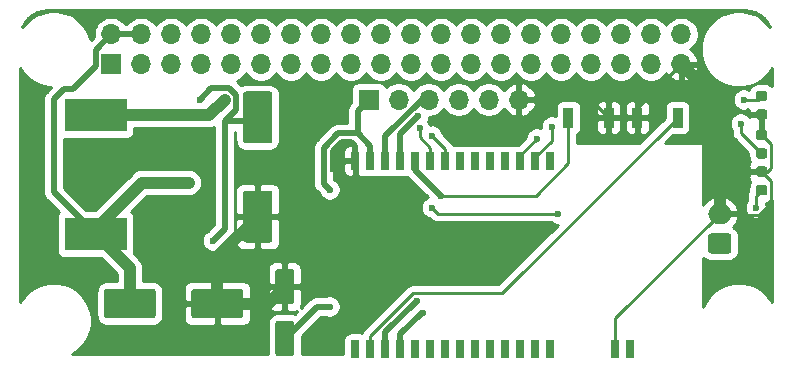
<source format=gbr>
G04 #@! TF.GenerationSoftware,KiCad,Pcbnew,(5.1.9)-1*
G04 #@! TF.CreationDate,2021-08-26T16:25:22+03:00*
G04 #@! TF.ProjectId,ZigbeeShild01,5a696762-6565-4536-9869-6c6430312e6b,rev?*
G04 #@! TF.SameCoordinates,Original*
G04 #@! TF.FileFunction,Copper,L1,Top*
G04 #@! TF.FilePolarity,Positive*
%FSLAX46Y46*%
G04 Gerber Fmt 4.6, Leading zero omitted, Abs format (unit mm)*
G04 Created by KiCad (PCBNEW (5.1.9)-1) date 2021-08-26 16:25:22*
%MOMM*%
%LPD*%
G01*
G04 APERTURE LIST*
G04 #@! TA.AperFunction,ComponentPad*
%ADD10O,1.700000X1.700000*%
G04 #@! TD*
G04 #@! TA.AperFunction,ComponentPad*
%ADD11R,1.700000X1.700000*%
G04 #@! TD*
G04 #@! TA.AperFunction,SMDPad,CuDef*
%ADD12R,0.900000X1.700000*%
G04 #@! TD*
G04 #@! TA.AperFunction,SMDPad,CuDef*
%ADD13R,0.800000X1.500000*%
G04 #@! TD*
G04 #@! TA.AperFunction,SMDPad,CuDef*
%ADD14R,5.300000X2.800000*%
G04 #@! TD*
G04 #@! TA.AperFunction,ComponentPad*
%ADD15O,2.000000X1.700000*%
G04 #@! TD*
G04 #@! TA.AperFunction,ViaPad*
%ADD16C,0.600000*%
G04 #@! TD*
G04 #@! TA.AperFunction,Conductor*
%ADD17C,1.000000*%
G04 #@! TD*
G04 #@! TA.AperFunction,Conductor*
%ADD18C,0.500000*%
G04 #@! TD*
G04 #@! TA.AperFunction,Conductor*
%ADD19C,0.250000*%
G04 #@! TD*
G04 #@! TA.AperFunction,Conductor*
%ADD20C,0.254000*%
G04 #@! TD*
G04 #@! TA.AperFunction,Conductor*
%ADD21C,0.100000*%
G04 #@! TD*
G04 APERTURE END LIST*
G04 #@! TA.AperFunction,SMDPad,CuDef*
G36*
G01*
X75689750Y-39491500D02*
X76202250Y-39491500D01*
G75*
G02*
X76421000Y-39710250I0J-218750D01*
G01*
X76421000Y-40147750D01*
G75*
G02*
X76202250Y-40366500I-218750J0D01*
G01*
X75689750Y-40366500D01*
G75*
G02*
X75471000Y-40147750I0J218750D01*
G01*
X75471000Y-39710250D01*
G75*
G02*
X75689750Y-39491500I218750J0D01*
G01*
G37*
G04 #@! TD.AperFunction*
G04 #@! TA.AperFunction,SMDPad,CuDef*
G36*
G01*
X75689750Y-37916500D02*
X76202250Y-37916500D01*
G75*
G02*
X76421000Y-38135250I0J-218750D01*
G01*
X76421000Y-38572750D01*
G75*
G02*
X76202250Y-38791500I-218750J0D01*
G01*
X75689750Y-38791500D01*
G75*
G02*
X75471000Y-38572750I0J218750D01*
G01*
X75471000Y-38135250D01*
G75*
G02*
X75689750Y-37916500I218750J0D01*
G01*
G37*
G04 #@! TD.AperFunction*
D10*
X55372000Y-32258000D03*
X52832000Y-32258000D03*
X50292000Y-32258000D03*
X47752000Y-32258000D03*
X45212000Y-32258000D03*
D11*
X42672000Y-32258000D03*
D12*
X62992000Y-33782000D03*
X59592000Y-33782000D03*
X68834000Y-33782000D03*
X65434000Y-33782000D03*
G04 #@! TA.AperFunction,SMDPad,CuDef*
G36*
G01*
X75689750Y-36392500D02*
X76202250Y-36392500D01*
G75*
G02*
X76421000Y-36611250I0J-218750D01*
G01*
X76421000Y-37048750D01*
G75*
G02*
X76202250Y-37267500I-218750J0D01*
G01*
X75689750Y-37267500D01*
G75*
G02*
X75471000Y-37048750I0J218750D01*
G01*
X75471000Y-36611250D01*
G75*
G02*
X75689750Y-36392500I218750J0D01*
G01*
G37*
G04 #@! TD.AperFunction*
G04 #@! TA.AperFunction,SMDPad,CuDef*
G36*
G01*
X75689750Y-34817500D02*
X76202250Y-34817500D01*
G75*
G02*
X76421000Y-35036250I0J-218750D01*
G01*
X76421000Y-35473750D01*
G75*
G02*
X76202250Y-35692500I-218750J0D01*
G01*
X75689750Y-35692500D01*
G75*
G02*
X75471000Y-35473750I0J218750D01*
G01*
X75471000Y-35036250D01*
G75*
G02*
X75689750Y-34817500I218750J0D01*
G01*
G37*
G04 #@! TD.AperFunction*
G04 #@! TA.AperFunction,SMDPad,CuDef*
G36*
G01*
X76202250Y-32390500D02*
X75689750Y-32390500D01*
G75*
G02*
X75471000Y-32171750I0J218750D01*
G01*
X75471000Y-31734250D01*
G75*
G02*
X75689750Y-31515500I218750J0D01*
G01*
X76202250Y-31515500D01*
G75*
G02*
X76421000Y-31734250I0J-218750D01*
G01*
X76421000Y-32171750D01*
G75*
G02*
X76202250Y-32390500I-218750J0D01*
G01*
G37*
G04 #@! TD.AperFunction*
G04 #@! TA.AperFunction,SMDPad,CuDef*
G36*
G01*
X76202250Y-33965500D02*
X75689750Y-33965500D01*
G75*
G02*
X75471000Y-33746750I0J218750D01*
G01*
X75471000Y-33309250D01*
G75*
G02*
X75689750Y-33090500I218750J0D01*
G01*
X76202250Y-33090500D01*
G75*
G02*
X76421000Y-33309250I0J-218750D01*
G01*
X76421000Y-33746750D01*
G75*
G02*
X76202250Y-33965500I-218750J0D01*
G01*
G37*
G04 #@! TD.AperFunction*
D13*
X51718500Y-53361000D03*
X44098500Y-53361000D03*
X44098500Y-37461000D03*
X42828500Y-53361000D03*
X46638500Y-53361000D03*
X45368500Y-53361000D03*
X45368500Y-37461000D03*
X47908500Y-37461000D03*
X64818500Y-53361000D03*
X51718500Y-37461000D03*
X58068500Y-53361000D03*
X58068500Y-37461000D03*
X52988500Y-37461000D03*
X50448500Y-37461000D03*
X56798500Y-53361000D03*
X49178500Y-37461000D03*
X54258500Y-37461000D03*
X63548500Y-53361000D03*
X41558500Y-53361000D03*
X54258500Y-53361000D03*
X41558500Y-37461000D03*
X46638500Y-37461000D03*
X42828500Y-37461000D03*
X55528500Y-53361000D03*
X49178500Y-53361000D03*
X56798500Y-37461000D03*
X47908500Y-53361000D03*
X50448500Y-53361000D03*
X55528500Y-37461000D03*
X52988500Y-53361000D03*
G04 #@! TA.AperFunction,SMDPad,CuDef*
G36*
G01*
X36110000Y-49592000D02*
X35010000Y-49592000D01*
G75*
G02*
X34760000Y-49342000I0J250000D01*
G01*
X34760000Y-46842000D01*
G75*
G02*
X35010000Y-46592000I250000J0D01*
G01*
X36110000Y-46592000D01*
G75*
G02*
X36360000Y-46842000I0J-250000D01*
G01*
X36360000Y-49342000D01*
G75*
G02*
X36110000Y-49592000I-250000J0D01*
G01*
G37*
G04 #@! TD.AperFunction*
G04 #@! TA.AperFunction,SMDPad,CuDef*
G36*
G01*
X36110000Y-53992000D02*
X35010000Y-53992000D01*
G75*
G02*
X34760000Y-53742000I0J250000D01*
G01*
X34760000Y-51242000D01*
G75*
G02*
X35010000Y-50992000I250000J0D01*
G01*
X36110000Y-50992000D01*
G75*
G02*
X36360000Y-51242000I0J-250000D01*
G01*
X36360000Y-53742000D01*
G75*
G02*
X36110000Y-53992000I-250000J0D01*
G01*
G37*
G04 #@! TD.AperFunction*
D10*
X69126100Y-26733500D03*
X69126100Y-29273500D03*
X66586100Y-26733500D03*
X66586100Y-29273500D03*
X64046100Y-26733500D03*
X64046100Y-29273500D03*
X61506100Y-26733500D03*
X61506100Y-29273500D03*
X58966100Y-26733500D03*
X58966100Y-29273500D03*
X56426100Y-26733500D03*
X56426100Y-29273500D03*
X53886100Y-26733500D03*
X53886100Y-29273500D03*
X51346100Y-26733500D03*
X51346100Y-29273500D03*
X48806100Y-26733500D03*
X48806100Y-29273500D03*
X46266100Y-26733500D03*
X46266100Y-29273500D03*
X43726100Y-26733500D03*
X43726100Y-29273500D03*
X41186100Y-26733500D03*
X41186100Y-29273500D03*
X38646100Y-26733500D03*
X38646100Y-29273500D03*
X36106100Y-26733500D03*
X36106100Y-29273500D03*
X33566100Y-26733500D03*
X33566100Y-29273500D03*
X31026100Y-26733500D03*
X31026100Y-29273500D03*
X28486100Y-26733500D03*
X28486100Y-29273500D03*
X25946100Y-26733500D03*
X25946100Y-29273500D03*
X23406100Y-26733500D03*
X23406100Y-29273500D03*
X20866100Y-26733500D03*
D11*
X20866100Y-29273500D03*
D14*
X19558000Y-33558000D03*
X19558000Y-43658000D03*
D15*
X72390000Y-41950000D03*
G04 #@! TA.AperFunction,ComponentPad*
G36*
G01*
X73140000Y-45300000D02*
X71640000Y-45300000D01*
G75*
G02*
X71390000Y-45050000I0J250000D01*
G01*
X71390000Y-43850000D01*
G75*
G02*
X71640000Y-43600000I250000J0D01*
G01*
X73140000Y-43600000D01*
G75*
G02*
X73390000Y-43850000I0J-250000D01*
G01*
X73390000Y-45050000D01*
G75*
G02*
X73140000Y-45300000I-250000J0D01*
G01*
G37*
G04 #@! TD.AperFunction*
G04 #@! TA.AperFunction,SMDPad,CuDef*
G36*
G01*
X27662000Y-50530000D02*
X27662000Y-48530000D01*
G75*
G02*
X27912000Y-48280000I250000J0D01*
G01*
X31812000Y-48280000D01*
G75*
G02*
X32062000Y-48530000I0J-250000D01*
G01*
X32062000Y-50530000D01*
G75*
G02*
X31812000Y-50780000I-250000J0D01*
G01*
X27912000Y-50780000D01*
G75*
G02*
X27662000Y-50530000I0J250000D01*
G01*
G37*
G04 #@! TD.AperFunction*
G04 #@! TA.AperFunction,SMDPad,CuDef*
G36*
G01*
X20262000Y-50530000D02*
X20262000Y-48530000D01*
G75*
G02*
X20512000Y-48280000I250000J0D01*
G01*
X24412000Y-48280000D01*
G75*
G02*
X24662000Y-48530000I0J-250000D01*
G01*
X24662000Y-50530000D01*
G75*
G02*
X24412000Y-50780000I-250000J0D01*
G01*
X20512000Y-50780000D01*
G75*
G02*
X20262000Y-50530000I0J250000D01*
G01*
G37*
G04 #@! TD.AperFunction*
G04 #@! TA.AperFunction,SMDPad,CuDef*
G36*
G01*
X32274000Y-39973000D02*
X34274000Y-39973000D01*
G75*
G02*
X34524000Y-40223000I0J-250000D01*
G01*
X34524000Y-44123000D01*
G75*
G02*
X34274000Y-44373000I-250000J0D01*
G01*
X32274000Y-44373000D01*
G75*
G02*
X32024000Y-44123000I0J250000D01*
G01*
X32024000Y-40223000D01*
G75*
G02*
X32274000Y-39973000I250000J0D01*
G01*
G37*
G04 #@! TD.AperFunction*
G04 #@! TA.AperFunction,SMDPad,CuDef*
G36*
G01*
X32274000Y-31573000D02*
X34274000Y-31573000D01*
G75*
G02*
X34524000Y-31823000I0J-250000D01*
G01*
X34524000Y-35723000D01*
G75*
G02*
X34274000Y-35973000I-250000J0D01*
G01*
X32274000Y-35973000D01*
G75*
G02*
X32024000Y-35723000I0J250000D01*
G01*
X32024000Y-31823000D01*
G75*
G02*
X32274000Y-31573000I250000J0D01*
G01*
G37*
G04 #@! TD.AperFunction*
D16*
X33274000Y-42173000D03*
X39624000Y-38100000D03*
X29862000Y-49530000D03*
X29464000Y-44196000D03*
X28382000Y-32258000D03*
X27438000Y-39292000D03*
X19558000Y-43658000D03*
X48006000Y-41402000D03*
X58674000Y-41910000D03*
X58166000Y-34544000D03*
X74168000Y-34290000D03*
X39370000Y-49784000D03*
X39370000Y-39878000D03*
X46736000Y-49276002D03*
X47244000Y-50292000D03*
X46881233Y-33688323D03*
X46990002Y-34680990D03*
X48006006Y-35306000D03*
X74422000Y-32258000D03*
X30480000Y-32258000D03*
X75438000Y-41402000D03*
X56896000Y-35560000D03*
X48768000Y-40386000D03*
D17*
X29862000Y-45585000D02*
X33274000Y-42173000D01*
X29862000Y-49530000D02*
X29862000Y-45585000D01*
X34122000Y-49530000D02*
X35560000Y-48092000D01*
X29862000Y-49530000D02*
X34122000Y-49530000D01*
D18*
X39624000Y-38100000D02*
X39624000Y-36576000D01*
X39624000Y-36576000D02*
X40386000Y-35814000D01*
X40386000Y-35814000D02*
X41148000Y-35814000D01*
X41558500Y-36224500D02*
X41558500Y-37461000D01*
X41148000Y-35814000D02*
X41558500Y-36224500D01*
D19*
X62992000Y-33782000D02*
X65434000Y-33782000D01*
X61468000Y-32258000D02*
X55372000Y-32258000D01*
X62992000Y-33782000D02*
X61468000Y-32258000D01*
X65434000Y-32965600D02*
X69126100Y-29273500D01*
X65434000Y-33782000D02*
X65434000Y-32965600D01*
X76746010Y-39154010D02*
X75946000Y-38354000D01*
X76746010Y-41018992D02*
X76746010Y-39154010D01*
X75738001Y-42027001D02*
X76746010Y-41018992D01*
X72467001Y-42027001D02*
X75738001Y-42027001D01*
X72390000Y-41950000D02*
X72467001Y-42027001D01*
X76746010Y-36055010D02*
X75946000Y-35255000D01*
X76746010Y-38028990D02*
X76746010Y-36055010D01*
X76421000Y-38354000D02*
X76746010Y-38028990D01*
X75946000Y-38354000D02*
X76421000Y-38354000D01*
X75946000Y-35255000D02*
X75946000Y-33528000D01*
D17*
X72390000Y-32537400D02*
X69126100Y-29273500D01*
X72390000Y-41950000D02*
X72390000Y-32537400D01*
D19*
X63548500Y-50791500D02*
X72390000Y-41950000D01*
X63548500Y-53361000D02*
X63548500Y-50791500D01*
D18*
X32945000Y-34102000D02*
X33274000Y-33773000D01*
X30480000Y-34102000D02*
X32945000Y-34102000D01*
X30480000Y-43180000D02*
X30480000Y-34102000D01*
X29464000Y-44196000D02*
X30480000Y-43180000D01*
X31430009Y-33151991D02*
X30480000Y-34102000D01*
X31430009Y-31864493D02*
X31430009Y-33151991D01*
X30873507Y-31307991D02*
X31430009Y-31864493D01*
X29332009Y-31307991D02*
X30873507Y-31307991D01*
X28382000Y-32258000D02*
X29332009Y-31307991D01*
D17*
X19558000Y-43658000D02*
X19558000Y-43180000D01*
X23446000Y-39292000D02*
X27438000Y-39292000D01*
X19558000Y-43180000D02*
X23446000Y-39292000D01*
X22462000Y-46562000D02*
X19558000Y-43658000D01*
X22462000Y-49530000D02*
X22462000Y-46562000D01*
D18*
X20866100Y-26733500D02*
X23406100Y-26733500D01*
X19566099Y-29391903D02*
X19566099Y-28033501D01*
X17608001Y-31350001D02*
X19566099Y-29391903D01*
X16905997Y-31350001D02*
X17608001Y-31350001D01*
X16002000Y-32253998D02*
X16905997Y-31350001D01*
X16002000Y-40102000D02*
X16002000Y-32253998D01*
X19566099Y-28033501D02*
X20866100Y-26733500D01*
X19558000Y-43658000D02*
X16002000Y-40102000D01*
D19*
X48514000Y-41910000D02*
X58674000Y-41910000D01*
X48006000Y-41402000D02*
X48514000Y-41910000D01*
X56798500Y-37111000D02*
X58166000Y-35743500D01*
X58166000Y-35743500D02*
X58166000Y-34544000D01*
X56798500Y-37461000D02*
X56798500Y-37111000D01*
X74168000Y-35052000D02*
X75946000Y-36830000D01*
X74168000Y-34290000D02*
X74168000Y-35052000D01*
D18*
X38268000Y-49784000D02*
X35560000Y-52492000D01*
X39370000Y-49784000D02*
X38268000Y-49784000D01*
X42828500Y-36211000D02*
X42828500Y-37461000D01*
X41731490Y-35113990D02*
X42828500Y-36211000D01*
X40096047Y-35113990D02*
X41731490Y-35113990D01*
X38873999Y-36336039D02*
X40096047Y-35113990D01*
X38873999Y-39381999D02*
X38873999Y-36336039D01*
X39370000Y-39878000D02*
X38873999Y-39381999D01*
X41731490Y-33198510D02*
X42672000Y-32258000D01*
X41731490Y-35113990D02*
X41731490Y-33198510D01*
X44098500Y-53361000D02*
X44098500Y-51913502D01*
X44098500Y-51913502D02*
X46736000Y-49276002D01*
X47201554Y-32258000D02*
X47752000Y-32258000D01*
X44098500Y-37461000D02*
X44098500Y-35361054D01*
X44098500Y-35361054D02*
X47201554Y-32258000D01*
X47187500Y-50292000D02*
X47244000Y-50292000D01*
X45368500Y-52111000D02*
X47187500Y-50292000D01*
X45368500Y-53361000D02*
X45368500Y-52111000D01*
X45368500Y-37461000D02*
X45368500Y-35201056D01*
X45368500Y-35201056D02*
X46881233Y-33688323D01*
D19*
X47908500Y-36387504D02*
X46990002Y-35469006D01*
X47908500Y-37461000D02*
X47908500Y-36387504D01*
X46990002Y-35469006D02*
X46990002Y-34680990D01*
X49178500Y-37461000D02*
X49178500Y-36478494D01*
X49178500Y-36478494D02*
X48006006Y-35306000D01*
X75641000Y-32258000D02*
X75946000Y-31953000D01*
X74422000Y-32258000D02*
X75641000Y-32258000D01*
D17*
X29180000Y-33558000D02*
X19558000Y-33558000D01*
X30480000Y-32258000D02*
X29180000Y-33558000D01*
D19*
X75438000Y-40437000D02*
X75946000Y-39929000D01*
X75438000Y-41402000D02*
X75438000Y-40437000D01*
X55528500Y-36927500D02*
X56896000Y-35560000D01*
X55528500Y-37461000D02*
X55528500Y-36927500D01*
D18*
X46638500Y-38256500D02*
X46638500Y-37461000D01*
X48768000Y-40386000D02*
X46638500Y-38256500D01*
D19*
X56878502Y-40386000D02*
X48768000Y-40386000D01*
X59592000Y-37672502D02*
X56878502Y-40386000D01*
X59592000Y-33782000D02*
X59592000Y-37672502D01*
X42828500Y-52258500D02*
X42828500Y-53361000D01*
X53964999Y-48651001D02*
X46435999Y-48651001D01*
X68834000Y-33782000D02*
X53964999Y-48651001D01*
X42828500Y-52258500D02*
X46435999Y-48651001D01*
D20*
X74949016Y-24732312D02*
X75380930Y-24862714D01*
X75779285Y-25074524D01*
X76128914Y-25359675D01*
X76416497Y-25707303D01*
X76631086Y-26104177D01*
X76645547Y-26150894D01*
X76506575Y-25942907D01*
X76057093Y-25493425D01*
X75528558Y-25140270D01*
X74941281Y-24897012D01*
X74317832Y-24773000D01*
X73682168Y-24773000D01*
X73058719Y-24897012D01*
X72471442Y-25140270D01*
X71942907Y-25493425D01*
X71493425Y-25942907D01*
X71140270Y-26471442D01*
X70897012Y-27058719D01*
X70773000Y-27682168D01*
X70773000Y-28317832D01*
X70897012Y-28941281D01*
X71140270Y-29528558D01*
X71493425Y-30057093D01*
X71942907Y-30506575D01*
X72471442Y-30859730D01*
X73058719Y-31102988D01*
X73682168Y-31227000D01*
X74317832Y-31227000D01*
X74941281Y-31102988D01*
X75528558Y-30859730D01*
X76057093Y-30506575D01*
X76506575Y-30057093D01*
X76815000Y-29595501D01*
X76815000Y-31136775D01*
X76808115Y-31128385D01*
X76678275Y-31021829D01*
X76530142Y-30942650D01*
X76369408Y-30893892D01*
X76202250Y-30877428D01*
X75689750Y-30877428D01*
X75522592Y-30893892D01*
X75361858Y-30942650D01*
X75213725Y-31021829D01*
X75083885Y-31128385D01*
X74977329Y-31258225D01*
X74898150Y-31406358D01*
X74886729Y-31444007D01*
X74864889Y-31429414D01*
X74694729Y-31358932D01*
X74514089Y-31323000D01*
X74329911Y-31323000D01*
X74149271Y-31358932D01*
X73979111Y-31429414D01*
X73825972Y-31531738D01*
X73695738Y-31661972D01*
X73593414Y-31815111D01*
X73522932Y-31985271D01*
X73487000Y-32165911D01*
X73487000Y-32350089D01*
X73522932Y-32530729D01*
X73593414Y-32700889D01*
X73695738Y-32854028D01*
X73825972Y-32984262D01*
X73979111Y-33086586D01*
X74149271Y-33157068D01*
X74329911Y-33193000D01*
X74514089Y-33193000D01*
X74694729Y-33157068D01*
X74833115Y-33099747D01*
X74836000Y-33242250D01*
X74994750Y-33401000D01*
X75819000Y-33401000D01*
X75819000Y-33381000D01*
X76073000Y-33381000D01*
X76073000Y-33401000D01*
X76093000Y-33401000D01*
X76093000Y-33655000D01*
X76073000Y-33655000D01*
X76073000Y-35128000D01*
X76093000Y-35128000D01*
X76093000Y-35382000D01*
X76073000Y-35382000D01*
X76073000Y-35402000D01*
X75819000Y-35402000D01*
X75819000Y-35382000D01*
X75799000Y-35382000D01*
X75799000Y-35128000D01*
X75819000Y-35128000D01*
X75819000Y-33655000D01*
X74994750Y-33655000D01*
X74918902Y-33730848D01*
X74894262Y-33693972D01*
X74764028Y-33563738D01*
X74610889Y-33461414D01*
X74440729Y-33390932D01*
X74260089Y-33355000D01*
X74075911Y-33355000D01*
X73895271Y-33390932D01*
X73725111Y-33461414D01*
X73571972Y-33563738D01*
X73441738Y-33693972D01*
X73339414Y-33847111D01*
X73268932Y-34017271D01*
X73233000Y-34197911D01*
X73233000Y-34382089D01*
X73268932Y-34562729D01*
X73339414Y-34732889D01*
X73408000Y-34835535D01*
X73408000Y-35014678D01*
X73404324Y-35052000D01*
X73408000Y-35089322D01*
X73408000Y-35089333D01*
X73418997Y-35200986D01*
X73445235Y-35287479D01*
X73462454Y-35344246D01*
X73533026Y-35476276D01*
X73601738Y-35560001D01*
X73628000Y-35592001D01*
X73656998Y-35615799D01*
X74832928Y-36791730D01*
X74832928Y-37048750D01*
X74849392Y-37215908D01*
X74898150Y-37376642D01*
X74974840Y-37520118D01*
X74940463Y-37562006D01*
X74881498Y-37672320D01*
X74845188Y-37792018D01*
X74832928Y-37916500D01*
X74836000Y-38068250D01*
X74994750Y-38227000D01*
X75819000Y-38227000D01*
X75819000Y-38207000D01*
X76073000Y-38207000D01*
X76073000Y-38227000D01*
X76093000Y-38227000D01*
X76093000Y-38481000D01*
X76073000Y-38481000D01*
X76073000Y-38501000D01*
X75819000Y-38501000D01*
X75819000Y-38481000D01*
X74994750Y-38481000D01*
X74836000Y-38639750D01*
X74832928Y-38791500D01*
X74845188Y-38915982D01*
X74881498Y-39035680D01*
X74940463Y-39145994D01*
X74995100Y-39212570D01*
X74977329Y-39234225D01*
X74898150Y-39382358D01*
X74849392Y-39543092D01*
X74832928Y-39710250D01*
X74832928Y-39976289D01*
X74803026Y-40012724D01*
X74732454Y-40144754D01*
X74714608Y-40203588D01*
X74692798Y-40275489D01*
X74688998Y-40288015D01*
X74674324Y-40437000D01*
X74678001Y-40474332D01*
X74678001Y-40856464D01*
X74609414Y-40959111D01*
X74538932Y-41129271D01*
X74503000Y-41309911D01*
X74503000Y-41494089D01*
X74538932Y-41674729D01*
X74609414Y-41844889D01*
X74711738Y-41998028D01*
X74841972Y-42128262D01*
X74995111Y-42230586D01*
X75165271Y-42301068D01*
X75345911Y-42337000D01*
X75530089Y-42337000D01*
X75710729Y-42301068D01*
X75880889Y-42230586D01*
X76034028Y-42128262D01*
X76164262Y-41998028D01*
X76266586Y-41844889D01*
X76337068Y-41674729D01*
X76373000Y-41494089D01*
X76373000Y-41309911D01*
X76337068Y-41129271D01*
X76282156Y-40996702D01*
X76369408Y-40988108D01*
X76530142Y-40939350D01*
X76678275Y-40860171D01*
X76808115Y-40753615D01*
X76815001Y-40745225D01*
X76815001Y-49404500D01*
X76506575Y-48942907D01*
X76057093Y-48493425D01*
X75528558Y-48140270D01*
X74941281Y-47897012D01*
X74317832Y-47773000D01*
X73682168Y-47773000D01*
X73058719Y-47897012D01*
X72471442Y-48140270D01*
X71942907Y-48493425D01*
X71493425Y-48942907D01*
X71140270Y-49471442D01*
X70993000Y-49826983D01*
X70993000Y-45654764D01*
X71012038Y-45677962D01*
X71146614Y-45788405D01*
X71300150Y-45870472D01*
X71466746Y-45921008D01*
X71640000Y-45938072D01*
X73140000Y-45938072D01*
X73313254Y-45921008D01*
X73479850Y-45870472D01*
X73633386Y-45788405D01*
X73767962Y-45677962D01*
X73878405Y-45543386D01*
X73960472Y-45389850D01*
X74011008Y-45223254D01*
X74028072Y-45050000D01*
X74028072Y-43850000D01*
X74011008Y-43676746D01*
X73960472Y-43510150D01*
X73878405Y-43356614D01*
X73767962Y-43222038D01*
X73633386Y-43111595D01*
X73531407Y-43057086D01*
X73531795Y-43056802D01*
X73728664Y-42842046D01*
X73879854Y-42593009D01*
X73979554Y-42319261D01*
X73981476Y-42306890D01*
X73860155Y-42077000D01*
X72517000Y-42077000D01*
X72517000Y-42097000D01*
X72263000Y-42097000D01*
X72263000Y-42077000D01*
X72243000Y-42077000D01*
X72243000Y-41823000D01*
X72263000Y-41823000D01*
X72263000Y-40622768D01*
X72517000Y-40622768D01*
X72517000Y-41823000D01*
X73860155Y-41823000D01*
X73981476Y-41593110D01*
X73979554Y-41580739D01*
X73879854Y-41306991D01*
X73728664Y-41057954D01*
X73531795Y-40843198D01*
X73296812Y-40670975D01*
X73032745Y-40547904D01*
X72749742Y-40478715D01*
X72517000Y-40622768D01*
X72263000Y-40622768D01*
X72030258Y-40478715D01*
X71747255Y-40547904D01*
X71483188Y-40670975D01*
X71248205Y-40843198D01*
X71051336Y-41057954D01*
X70993000Y-41154044D01*
X70993000Y-36068000D01*
X70990560Y-36043224D01*
X70983333Y-36019399D01*
X70971597Y-35997443D01*
X70955803Y-35978197D01*
X70936557Y-35962403D01*
X70914601Y-35950667D01*
X70890776Y-35943440D01*
X70866000Y-35941000D01*
X67749802Y-35941000D01*
X68420730Y-35270072D01*
X69284000Y-35270072D01*
X69408482Y-35257812D01*
X69528180Y-35221502D01*
X69638494Y-35162537D01*
X69735185Y-35083185D01*
X69814537Y-34986494D01*
X69873502Y-34876180D01*
X69909812Y-34756482D01*
X69922072Y-34632000D01*
X69922072Y-32932000D01*
X69909812Y-32807518D01*
X69873502Y-32687820D01*
X69814537Y-32577506D01*
X69735185Y-32480815D01*
X69638494Y-32401463D01*
X69528180Y-32342498D01*
X69408482Y-32306188D01*
X69284000Y-32293928D01*
X68384000Y-32293928D01*
X68259518Y-32306188D01*
X68139820Y-32342498D01*
X68029506Y-32401463D01*
X67932815Y-32480815D01*
X67853463Y-32577506D01*
X67794498Y-32687820D01*
X67758188Y-32807518D01*
X67745928Y-32932000D01*
X67745928Y-33795270D01*
X65600198Y-35941000D01*
X60352000Y-35941000D01*
X60352000Y-35186320D01*
X60396494Y-35162537D01*
X60493185Y-35083185D01*
X60572537Y-34986494D01*
X60631502Y-34876180D01*
X60667812Y-34756482D01*
X60680072Y-34632000D01*
X61903928Y-34632000D01*
X61916188Y-34756482D01*
X61952498Y-34876180D01*
X62011463Y-34986494D01*
X62090815Y-35083185D01*
X62187506Y-35162537D01*
X62297820Y-35221502D01*
X62417518Y-35257812D01*
X62542000Y-35270072D01*
X62706250Y-35267000D01*
X62865000Y-35108250D01*
X62865000Y-33909000D01*
X63119000Y-33909000D01*
X63119000Y-35108250D01*
X63277750Y-35267000D01*
X63442000Y-35270072D01*
X63566482Y-35257812D01*
X63686180Y-35221502D01*
X63796494Y-35162537D01*
X63893185Y-35083185D01*
X63972537Y-34986494D01*
X64031502Y-34876180D01*
X64067812Y-34756482D01*
X64080072Y-34632000D01*
X64345928Y-34632000D01*
X64358188Y-34756482D01*
X64394498Y-34876180D01*
X64453463Y-34986494D01*
X64532815Y-35083185D01*
X64629506Y-35162537D01*
X64739820Y-35221502D01*
X64859518Y-35257812D01*
X64984000Y-35270072D01*
X65148250Y-35267000D01*
X65307000Y-35108250D01*
X65307000Y-33909000D01*
X65561000Y-33909000D01*
X65561000Y-35108250D01*
X65719750Y-35267000D01*
X65884000Y-35270072D01*
X66008482Y-35257812D01*
X66128180Y-35221502D01*
X66238494Y-35162537D01*
X66335185Y-35083185D01*
X66414537Y-34986494D01*
X66473502Y-34876180D01*
X66509812Y-34756482D01*
X66522072Y-34632000D01*
X66519000Y-34067750D01*
X66360250Y-33909000D01*
X65561000Y-33909000D01*
X65307000Y-33909000D01*
X64507750Y-33909000D01*
X64349000Y-34067750D01*
X64345928Y-34632000D01*
X64080072Y-34632000D01*
X64077000Y-34067750D01*
X63918250Y-33909000D01*
X63119000Y-33909000D01*
X62865000Y-33909000D01*
X62065750Y-33909000D01*
X61907000Y-34067750D01*
X61903928Y-34632000D01*
X60680072Y-34632000D01*
X60680072Y-32932000D01*
X61903928Y-32932000D01*
X61907000Y-33496250D01*
X62065750Y-33655000D01*
X62865000Y-33655000D01*
X62865000Y-32455750D01*
X63119000Y-32455750D01*
X63119000Y-33655000D01*
X63918250Y-33655000D01*
X64077000Y-33496250D01*
X64080072Y-32932000D01*
X64345928Y-32932000D01*
X64349000Y-33496250D01*
X64507750Y-33655000D01*
X65307000Y-33655000D01*
X65307000Y-32455750D01*
X65561000Y-32455750D01*
X65561000Y-33655000D01*
X66360250Y-33655000D01*
X66519000Y-33496250D01*
X66522072Y-32932000D01*
X66509812Y-32807518D01*
X66473502Y-32687820D01*
X66414537Y-32577506D01*
X66335185Y-32480815D01*
X66238494Y-32401463D01*
X66128180Y-32342498D01*
X66008482Y-32306188D01*
X65884000Y-32293928D01*
X65719750Y-32297000D01*
X65561000Y-32455750D01*
X65307000Y-32455750D01*
X65148250Y-32297000D01*
X64984000Y-32293928D01*
X64859518Y-32306188D01*
X64739820Y-32342498D01*
X64629506Y-32401463D01*
X64532815Y-32480815D01*
X64453463Y-32577506D01*
X64394498Y-32687820D01*
X64358188Y-32807518D01*
X64345928Y-32932000D01*
X64080072Y-32932000D01*
X64067812Y-32807518D01*
X64031502Y-32687820D01*
X63972537Y-32577506D01*
X63893185Y-32480815D01*
X63796494Y-32401463D01*
X63686180Y-32342498D01*
X63566482Y-32306188D01*
X63442000Y-32293928D01*
X63277750Y-32297000D01*
X63119000Y-32455750D01*
X62865000Y-32455750D01*
X62706250Y-32297000D01*
X62542000Y-32293928D01*
X62417518Y-32306188D01*
X62297820Y-32342498D01*
X62187506Y-32401463D01*
X62090815Y-32480815D01*
X62011463Y-32577506D01*
X61952498Y-32687820D01*
X61916188Y-32807518D01*
X61903928Y-32932000D01*
X60680072Y-32932000D01*
X60667812Y-32807518D01*
X60631502Y-32687820D01*
X60572537Y-32577506D01*
X60493185Y-32480815D01*
X60396494Y-32401463D01*
X60286180Y-32342498D01*
X60166482Y-32306188D01*
X60042000Y-32293928D01*
X59142000Y-32293928D01*
X59017518Y-32306188D01*
X58897820Y-32342498D01*
X58787506Y-32401463D01*
X58690815Y-32480815D01*
X58611463Y-32577506D01*
X58552498Y-32687820D01*
X58516188Y-32807518D01*
X58503928Y-32932000D01*
X58503928Y-33671938D01*
X58438729Y-33644932D01*
X58258089Y-33609000D01*
X58073911Y-33609000D01*
X57893271Y-33644932D01*
X57723111Y-33715414D01*
X57569972Y-33817738D01*
X57439738Y-33947972D01*
X57337414Y-34101111D01*
X57266932Y-34271271D01*
X57231000Y-34451911D01*
X57231000Y-34636089D01*
X57241977Y-34691272D01*
X57168729Y-34660932D01*
X56988089Y-34625000D01*
X56803911Y-34625000D01*
X56623271Y-34660932D01*
X56453111Y-34731414D01*
X56299972Y-34833738D01*
X56169738Y-34963972D01*
X56067414Y-35117111D01*
X55996932Y-35287271D01*
X55972847Y-35408351D01*
X55308271Y-36072928D01*
X55128500Y-36072928D01*
X55004018Y-36085188D01*
X54893500Y-36118713D01*
X54782982Y-36085188D01*
X54658500Y-36072928D01*
X53858500Y-36072928D01*
X53734018Y-36085188D01*
X53623500Y-36118713D01*
X53512982Y-36085188D01*
X53388500Y-36072928D01*
X52588500Y-36072928D01*
X52464018Y-36085188D01*
X52353500Y-36118713D01*
X52242982Y-36085188D01*
X52118500Y-36072928D01*
X51318500Y-36072928D01*
X51194018Y-36085188D01*
X51083500Y-36118713D01*
X50972982Y-36085188D01*
X50848500Y-36072928D01*
X50048500Y-36072928D01*
X49924018Y-36085188D01*
X49843142Y-36109721D01*
X49813474Y-36054217D01*
X49742299Y-35967491D01*
X49718501Y-35938493D01*
X49689503Y-35914695D01*
X48929159Y-35154351D01*
X48905074Y-35033271D01*
X48834592Y-34863111D01*
X48732268Y-34709972D01*
X48602034Y-34579738D01*
X48448895Y-34477414D01*
X48278735Y-34406932D01*
X48098095Y-34371000D01*
X47913917Y-34371000D01*
X47876702Y-34378403D01*
X47818588Y-34238101D01*
X47724111Y-34096707D01*
X47780301Y-33961052D01*
X47816233Y-33780412D01*
X47816233Y-33743000D01*
X47898260Y-33743000D01*
X48185158Y-33685932D01*
X48455411Y-33573990D01*
X48698632Y-33411475D01*
X48905475Y-33204632D01*
X49022000Y-33030240D01*
X49138525Y-33204632D01*
X49345368Y-33411475D01*
X49588589Y-33573990D01*
X49858842Y-33685932D01*
X50145740Y-33743000D01*
X50438260Y-33743000D01*
X50725158Y-33685932D01*
X50995411Y-33573990D01*
X51238632Y-33411475D01*
X51445475Y-33204632D01*
X51562000Y-33030240D01*
X51678525Y-33204632D01*
X51885368Y-33411475D01*
X52128589Y-33573990D01*
X52398842Y-33685932D01*
X52685740Y-33743000D01*
X52978260Y-33743000D01*
X53265158Y-33685932D01*
X53535411Y-33573990D01*
X53778632Y-33411475D01*
X53985475Y-33204632D01*
X54107195Y-33022466D01*
X54176822Y-33139355D01*
X54371731Y-33355588D01*
X54605080Y-33529641D01*
X54867901Y-33654825D01*
X55015110Y-33699476D01*
X55245000Y-33578155D01*
X55245000Y-32385000D01*
X55499000Y-32385000D01*
X55499000Y-33578155D01*
X55728890Y-33699476D01*
X55876099Y-33654825D01*
X56138920Y-33529641D01*
X56372269Y-33355588D01*
X56567178Y-33139355D01*
X56716157Y-32889252D01*
X56813481Y-32614891D01*
X56692814Y-32385000D01*
X55499000Y-32385000D01*
X55245000Y-32385000D01*
X55225000Y-32385000D01*
X55225000Y-32131000D01*
X55245000Y-32131000D01*
X55245000Y-30937845D01*
X55499000Y-30937845D01*
X55499000Y-32131000D01*
X56692814Y-32131000D01*
X56813481Y-31901109D01*
X56716157Y-31626748D01*
X56567178Y-31376645D01*
X56372269Y-31160412D01*
X56138920Y-30986359D01*
X55876099Y-30861175D01*
X55728890Y-30816524D01*
X55499000Y-30937845D01*
X55245000Y-30937845D01*
X55015110Y-30816524D01*
X54867901Y-30861175D01*
X54605080Y-30986359D01*
X54371731Y-31160412D01*
X54176822Y-31376645D01*
X54107195Y-31493534D01*
X53985475Y-31311368D01*
X53778632Y-31104525D01*
X53535411Y-30942010D01*
X53265158Y-30830068D01*
X52978260Y-30773000D01*
X52685740Y-30773000D01*
X52398842Y-30830068D01*
X52128589Y-30942010D01*
X51885368Y-31104525D01*
X51678525Y-31311368D01*
X51562000Y-31485760D01*
X51445475Y-31311368D01*
X51238632Y-31104525D01*
X50995411Y-30942010D01*
X50725158Y-30830068D01*
X50438260Y-30773000D01*
X50145740Y-30773000D01*
X49858842Y-30830068D01*
X49588589Y-30942010D01*
X49345368Y-31104525D01*
X49138525Y-31311368D01*
X49022000Y-31485760D01*
X48905475Y-31311368D01*
X48698632Y-31104525D01*
X48455411Y-30942010D01*
X48185158Y-30830068D01*
X47898260Y-30773000D01*
X47605740Y-30773000D01*
X47318842Y-30830068D01*
X47048589Y-30942010D01*
X46805368Y-31104525D01*
X46598525Y-31311368D01*
X46482000Y-31485760D01*
X46365475Y-31311368D01*
X46158632Y-31104525D01*
X45915411Y-30942010D01*
X45645158Y-30830068D01*
X45358260Y-30773000D01*
X45065740Y-30773000D01*
X44778842Y-30830068D01*
X44508589Y-30942010D01*
X44265368Y-31104525D01*
X44133513Y-31236380D01*
X44111502Y-31163820D01*
X44052537Y-31053506D01*
X43973185Y-30956815D01*
X43876494Y-30877463D01*
X43766180Y-30818498D01*
X43646482Y-30782188D01*
X43522000Y-30769928D01*
X41822000Y-30769928D01*
X41697518Y-30782188D01*
X41577820Y-30818498D01*
X41467506Y-30877463D01*
X41370815Y-30956815D01*
X41291463Y-31053506D01*
X41232498Y-31163820D01*
X41196188Y-31283518D01*
X41183928Y-31408000D01*
X41183928Y-32494494D01*
X41136441Y-32541981D01*
X41102674Y-32569693D01*
X41074961Y-32603461D01*
X41074958Y-32603464D01*
X40992080Y-32704451D01*
X40909902Y-32858197D01*
X40859295Y-33025020D01*
X40842209Y-33198510D01*
X40846491Y-33241989D01*
X40846490Y-34228990D01*
X40139515Y-34228990D01*
X40096046Y-34224709D01*
X40052577Y-34228990D01*
X40052570Y-34228990D01*
X39938732Y-34240202D01*
X39922556Y-34241795D01*
X39889730Y-34251753D01*
X39755734Y-34292401D01*
X39704111Y-34319994D01*
X39601987Y-34374579D01*
X39501000Y-34457458D01*
X39500998Y-34457460D01*
X39467230Y-34485173D01*
X39439517Y-34518941D01*
X38278950Y-35679510D01*
X38245183Y-35707222D01*
X38217470Y-35740990D01*
X38217467Y-35740993D01*
X38134588Y-35841981D01*
X38052411Y-35995726D01*
X38001804Y-36162550D01*
X37984718Y-36336039D01*
X37989000Y-36379515D01*
X37988999Y-39338530D01*
X37984718Y-39381999D01*
X37988999Y-39425468D01*
X37988999Y-39425475D01*
X38001804Y-39555488D01*
X38052410Y-39722311D01*
X38134588Y-39876057D01*
X38245182Y-40010816D01*
X38278955Y-40038533D01*
X38527345Y-40286923D01*
X38541414Y-40320889D01*
X38643738Y-40474028D01*
X38773972Y-40604262D01*
X38927111Y-40706586D01*
X39097271Y-40777068D01*
X39277911Y-40813000D01*
X39462089Y-40813000D01*
X39642729Y-40777068D01*
X39812889Y-40706586D01*
X39966028Y-40604262D01*
X40096262Y-40474028D01*
X40198586Y-40320889D01*
X40269068Y-40150729D01*
X40305000Y-39970089D01*
X40305000Y-39785911D01*
X40269068Y-39605271D01*
X40198586Y-39435111D01*
X40096262Y-39281972D01*
X39966028Y-39151738D01*
X39812889Y-39049414D01*
X39778923Y-39035345D01*
X39758999Y-39015421D01*
X39758999Y-38211000D01*
X40520428Y-38211000D01*
X40532688Y-38335482D01*
X40568998Y-38455180D01*
X40627963Y-38565494D01*
X40707315Y-38662185D01*
X40804006Y-38741537D01*
X40914320Y-38800502D01*
X41034018Y-38836812D01*
X41158500Y-38849072D01*
X41272750Y-38846000D01*
X41431500Y-38687250D01*
X41431500Y-37588000D01*
X40682250Y-37588000D01*
X40523500Y-37746750D01*
X40520428Y-38211000D01*
X39758999Y-38211000D01*
X39758999Y-36702617D01*
X40462626Y-35998990D01*
X41364912Y-35998990D01*
X41441922Y-36076000D01*
X41431498Y-36076000D01*
X41431498Y-36234748D01*
X41272750Y-36076000D01*
X41158500Y-36072928D01*
X41034018Y-36085188D01*
X40914320Y-36121498D01*
X40804006Y-36180463D01*
X40707315Y-36259815D01*
X40627963Y-36356506D01*
X40568998Y-36466820D01*
X40532688Y-36586518D01*
X40520428Y-36711000D01*
X40523500Y-37175250D01*
X40682250Y-37334000D01*
X41431500Y-37334000D01*
X41431500Y-37314000D01*
X41685500Y-37314000D01*
X41685500Y-37334000D01*
X41705500Y-37334000D01*
X41705500Y-37588000D01*
X41685500Y-37588000D01*
X41685500Y-38687250D01*
X41844250Y-38846000D01*
X41958500Y-38849072D01*
X42082982Y-38836812D01*
X42193500Y-38803287D01*
X42304018Y-38836812D01*
X42428500Y-38849072D01*
X43228500Y-38849072D01*
X43352982Y-38836812D01*
X43463500Y-38803287D01*
X43574018Y-38836812D01*
X43698500Y-38849072D01*
X44498500Y-38849072D01*
X44622982Y-38836812D01*
X44733500Y-38803287D01*
X44844018Y-38836812D01*
X44968500Y-38849072D01*
X45768500Y-38849072D01*
X45892982Y-38836812D01*
X45954549Y-38818136D01*
X46009683Y-38885317D01*
X46043456Y-38913034D01*
X47662618Y-40532197D01*
X47563111Y-40573414D01*
X47409972Y-40675738D01*
X47279738Y-40805972D01*
X47177414Y-40959111D01*
X47106932Y-41129271D01*
X47071000Y-41309911D01*
X47071000Y-41494089D01*
X47106932Y-41674729D01*
X47177414Y-41844889D01*
X47279738Y-41998028D01*
X47409972Y-42128262D01*
X47563111Y-42230586D01*
X47733271Y-42301068D01*
X47854351Y-42325153D01*
X47950200Y-42421002D01*
X47973999Y-42450001D01*
X48089724Y-42544974D01*
X48221753Y-42615546D01*
X48365014Y-42659003D01*
X48476667Y-42670000D01*
X48476676Y-42670000D01*
X48513999Y-42673676D01*
X48551322Y-42670000D01*
X58128465Y-42670000D01*
X58231111Y-42738586D01*
X58401271Y-42809068D01*
X58581911Y-42845000D01*
X58696199Y-42845000D01*
X53650198Y-47891001D01*
X46473321Y-47891001D01*
X46435998Y-47887325D01*
X46398676Y-47891001D01*
X46398666Y-47891001D01*
X46287013Y-47901998D01*
X46143752Y-47945455D01*
X46011722Y-48016027D01*
X45928082Y-48084669D01*
X45895998Y-48111000D01*
X45872200Y-48139998D01*
X42317503Y-51694696D01*
X42288499Y-51718499D01*
X42234594Y-51784183D01*
X42193526Y-51834224D01*
X42125747Y-51961029D01*
X42122954Y-51966254D01*
X42114326Y-51994696D01*
X42082982Y-51985188D01*
X41958500Y-51972928D01*
X41158500Y-51972928D01*
X41034018Y-51985188D01*
X40914320Y-52021498D01*
X40804006Y-52080463D01*
X40707315Y-52159815D01*
X40627963Y-52256506D01*
X40568998Y-52366820D01*
X40532688Y-52486518D01*
X40520428Y-52611000D01*
X40520428Y-53815000D01*
X36990882Y-53815000D01*
X36998072Y-53742000D01*
X36998072Y-52305506D01*
X38634579Y-50669000D01*
X39063308Y-50669000D01*
X39097271Y-50683068D01*
X39277911Y-50719000D01*
X39462089Y-50719000D01*
X39642729Y-50683068D01*
X39812889Y-50612586D01*
X39966028Y-50510262D01*
X40096262Y-50380028D01*
X40198586Y-50226889D01*
X40269068Y-50056729D01*
X40305000Y-49876089D01*
X40305000Y-49691911D01*
X40269068Y-49511271D01*
X40198586Y-49341111D01*
X40096262Y-49187972D01*
X39966028Y-49057738D01*
X39812889Y-48955414D01*
X39642729Y-48884932D01*
X39462089Y-48849000D01*
X39277911Y-48849000D01*
X39097271Y-48884932D01*
X39063308Y-48899000D01*
X38311465Y-48899000D01*
X38267999Y-48894719D01*
X38224533Y-48899000D01*
X38224523Y-48899000D01*
X38094510Y-48911805D01*
X37927687Y-48962411D01*
X37773941Y-49044589D01*
X37773939Y-49044590D01*
X37773940Y-49044590D01*
X37672953Y-49127468D01*
X37672951Y-49127470D01*
X37639183Y-49155183D01*
X37611470Y-49188951D01*
X36932577Y-49867845D01*
X36949502Y-49836180D01*
X36985812Y-49716482D01*
X36998072Y-49592000D01*
X36995000Y-48377750D01*
X36836250Y-48219000D01*
X35687000Y-48219000D01*
X35687000Y-50068250D01*
X35845750Y-50227000D01*
X36360000Y-50230072D01*
X36484482Y-50217812D01*
X36604180Y-50181502D01*
X36635845Y-50164577D01*
X36395408Y-50405013D01*
X36283254Y-50370992D01*
X36110000Y-50353928D01*
X35010000Y-50353928D01*
X34836746Y-50370992D01*
X34670150Y-50421528D01*
X34516614Y-50503595D01*
X34382038Y-50614038D01*
X34271595Y-50748614D01*
X34189528Y-50902150D01*
X34138992Y-51068746D01*
X34121928Y-51242000D01*
X34121928Y-53742000D01*
X34129118Y-53815000D01*
X17595501Y-53815000D01*
X18057093Y-53506575D01*
X18506575Y-53057093D01*
X18859730Y-52528558D01*
X19102988Y-51941281D01*
X19227000Y-51317832D01*
X19227000Y-50682168D01*
X19102988Y-50058719D01*
X18859730Y-49471442D01*
X18506575Y-48942907D01*
X18057093Y-48493425D01*
X17528558Y-48140270D01*
X16941281Y-47897012D01*
X16317832Y-47773000D01*
X15682168Y-47773000D01*
X15058719Y-47897012D01*
X14471442Y-48140270D01*
X13942907Y-48493425D01*
X13493425Y-48942907D01*
X13185000Y-49404499D01*
X13185000Y-29595501D01*
X13493425Y-30057093D01*
X13942907Y-30506575D01*
X14471442Y-30859730D01*
X15058719Y-31102988D01*
X15682168Y-31227000D01*
X15777420Y-31227000D01*
X15406951Y-31597469D01*
X15373184Y-31625181D01*
X15345471Y-31658949D01*
X15345468Y-31658952D01*
X15262590Y-31759939D01*
X15180412Y-31913685D01*
X15129805Y-32080508D01*
X15112719Y-32253998D01*
X15117001Y-32297477D01*
X15117000Y-40058531D01*
X15112719Y-40102000D01*
X15117000Y-40145469D01*
X15117000Y-40145476D01*
X15126016Y-40237014D01*
X15129391Y-40271281D01*
X15129805Y-40275489D01*
X15180411Y-40442312D01*
X15262589Y-40596058D01*
X15373183Y-40730817D01*
X15406956Y-40758534D01*
X16456104Y-41807682D01*
X16377463Y-41903506D01*
X16318498Y-42013820D01*
X16282188Y-42133518D01*
X16269928Y-42258000D01*
X16269928Y-45058000D01*
X16282188Y-45182482D01*
X16318498Y-45302180D01*
X16377463Y-45412494D01*
X16456815Y-45509185D01*
X16553506Y-45588537D01*
X16663820Y-45647502D01*
X16783518Y-45683812D01*
X16908000Y-45696072D01*
X19990941Y-45696072D01*
X21327001Y-47032133D01*
X21327001Y-47641928D01*
X20512000Y-47641928D01*
X20338746Y-47658992D01*
X20172150Y-47709528D01*
X20018614Y-47791595D01*
X19884038Y-47902038D01*
X19773595Y-48036614D01*
X19691528Y-48190150D01*
X19640992Y-48356746D01*
X19623928Y-48530000D01*
X19623928Y-50530000D01*
X19640992Y-50703254D01*
X19691528Y-50869850D01*
X19773595Y-51023386D01*
X19884038Y-51157962D01*
X20018614Y-51268405D01*
X20172150Y-51350472D01*
X20338746Y-51401008D01*
X20512000Y-51418072D01*
X24412000Y-51418072D01*
X24585254Y-51401008D01*
X24751850Y-51350472D01*
X24905386Y-51268405D01*
X25039962Y-51157962D01*
X25150405Y-51023386D01*
X25232472Y-50869850D01*
X25259727Y-50780000D01*
X27023928Y-50780000D01*
X27036188Y-50904482D01*
X27072498Y-51024180D01*
X27131463Y-51134494D01*
X27210815Y-51231185D01*
X27307506Y-51310537D01*
X27417820Y-51369502D01*
X27537518Y-51405812D01*
X27662000Y-51418072D01*
X29576250Y-51415000D01*
X29735000Y-51256250D01*
X29735000Y-49657000D01*
X29989000Y-49657000D01*
X29989000Y-51256250D01*
X30147750Y-51415000D01*
X32062000Y-51418072D01*
X32186482Y-51405812D01*
X32306180Y-51369502D01*
X32416494Y-51310537D01*
X32513185Y-51231185D01*
X32592537Y-51134494D01*
X32651502Y-51024180D01*
X32687812Y-50904482D01*
X32700072Y-50780000D01*
X32697000Y-49815750D01*
X32538250Y-49657000D01*
X29989000Y-49657000D01*
X29735000Y-49657000D01*
X27185750Y-49657000D01*
X27027000Y-49815750D01*
X27023928Y-50780000D01*
X25259727Y-50780000D01*
X25283008Y-50703254D01*
X25300072Y-50530000D01*
X25300072Y-49592000D01*
X34121928Y-49592000D01*
X34134188Y-49716482D01*
X34170498Y-49836180D01*
X34229463Y-49946494D01*
X34308815Y-50043185D01*
X34405506Y-50122537D01*
X34515820Y-50181502D01*
X34635518Y-50217812D01*
X34760000Y-50230072D01*
X35274250Y-50227000D01*
X35433000Y-50068250D01*
X35433000Y-48219000D01*
X34283750Y-48219000D01*
X34125000Y-48377750D01*
X34121928Y-49592000D01*
X25300072Y-49592000D01*
X25300072Y-48530000D01*
X25283008Y-48356746D01*
X25259728Y-48280000D01*
X27023928Y-48280000D01*
X27027000Y-49244250D01*
X27185750Y-49403000D01*
X29735000Y-49403000D01*
X29735000Y-47803750D01*
X29989000Y-47803750D01*
X29989000Y-49403000D01*
X32538250Y-49403000D01*
X32697000Y-49244250D01*
X32700072Y-48280000D01*
X32687812Y-48155518D01*
X32651502Y-48035820D01*
X32592537Y-47925506D01*
X32513185Y-47828815D01*
X32416494Y-47749463D01*
X32306180Y-47690498D01*
X32186482Y-47654188D01*
X32062000Y-47641928D01*
X30147750Y-47645000D01*
X29989000Y-47803750D01*
X29735000Y-47803750D01*
X29576250Y-47645000D01*
X27662000Y-47641928D01*
X27537518Y-47654188D01*
X27417820Y-47690498D01*
X27307506Y-47749463D01*
X27210815Y-47828815D01*
X27131463Y-47925506D01*
X27072498Y-48035820D01*
X27036188Y-48155518D01*
X27023928Y-48280000D01*
X25259728Y-48280000D01*
X25232472Y-48190150D01*
X25150405Y-48036614D01*
X25039962Y-47902038D01*
X24905386Y-47791595D01*
X24751850Y-47709528D01*
X24585254Y-47658992D01*
X24412000Y-47641928D01*
X23597000Y-47641928D01*
X23597000Y-46617743D01*
X23599535Y-46592000D01*
X34121928Y-46592000D01*
X34125000Y-47806250D01*
X34283750Y-47965000D01*
X35433000Y-47965000D01*
X35433000Y-46115750D01*
X35687000Y-46115750D01*
X35687000Y-47965000D01*
X36836250Y-47965000D01*
X36995000Y-47806250D01*
X36998072Y-46592000D01*
X36985812Y-46467518D01*
X36949502Y-46347820D01*
X36890537Y-46237506D01*
X36811185Y-46140815D01*
X36714494Y-46061463D01*
X36604180Y-46002498D01*
X36484482Y-45966188D01*
X36360000Y-45953928D01*
X35845750Y-45957000D01*
X35687000Y-46115750D01*
X35433000Y-46115750D01*
X35274250Y-45957000D01*
X34760000Y-45953928D01*
X34635518Y-45966188D01*
X34515820Y-46002498D01*
X34405506Y-46061463D01*
X34308815Y-46140815D01*
X34229463Y-46237506D01*
X34170498Y-46347820D01*
X34134188Y-46467518D01*
X34121928Y-46592000D01*
X23599535Y-46592000D01*
X23602490Y-46561999D01*
X23597000Y-46506255D01*
X23597000Y-46506248D01*
X23580577Y-46339501D01*
X23515676Y-46125553D01*
X23410284Y-45928377D01*
X23268449Y-45755551D01*
X23225141Y-45720009D01*
X22799785Y-45294653D01*
X22833812Y-45182482D01*
X22846072Y-45058000D01*
X22846072Y-42258000D01*
X22833812Y-42133518D01*
X22797502Y-42013820D01*
X22738537Y-41903506D01*
X22659185Y-41806815D01*
X22591700Y-41751432D01*
X23916132Y-40427000D01*
X27493752Y-40427000D01*
X27660499Y-40410577D01*
X27874447Y-40345676D01*
X28071623Y-40240284D01*
X28244449Y-40098449D01*
X28386284Y-39925623D01*
X28491676Y-39728447D01*
X28556577Y-39514499D01*
X28578491Y-39292000D01*
X28556577Y-39069501D01*
X28491676Y-38855553D01*
X28386284Y-38658377D01*
X28244449Y-38485551D01*
X28071623Y-38343716D01*
X27874447Y-38238324D01*
X27660499Y-38173423D01*
X27493752Y-38157000D01*
X23501741Y-38157000D01*
X23445999Y-38151510D01*
X23390257Y-38157000D01*
X23390248Y-38157000D01*
X23223501Y-38173423D01*
X23009553Y-38238324D01*
X22812377Y-38343716D01*
X22639551Y-38485551D01*
X22604009Y-38528859D01*
X19512941Y-41619928D01*
X18771507Y-41619928D01*
X16887000Y-39735422D01*
X16887000Y-35594004D01*
X16908000Y-35596072D01*
X22208000Y-35596072D01*
X22332482Y-35583812D01*
X22452180Y-35547502D01*
X22562494Y-35488537D01*
X22659185Y-35409185D01*
X22738537Y-35312494D01*
X22797502Y-35202180D01*
X22833812Y-35082482D01*
X22846072Y-34958000D01*
X22846072Y-34693000D01*
X29124249Y-34693000D01*
X29180000Y-34698491D01*
X29235751Y-34693000D01*
X29235752Y-34693000D01*
X29402499Y-34676577D01*
X29595001Y-34618182D01*
X29595000Y-42813421D01*
X29055077Y-43353345D01*
X29021111Y-43367414D01*
X28867972Y-43469738D01*
X28737738Y-43599972D01*
X28635414Y-43753111D01*
X28564932Y-43923271D01*
X28529000Y-44103911D01*
X28529000Y-44288089D01*
X28564932Y-44468729D01*
X28635414Y-44638889D01*
X28737738Y-44792028D01*
X28867972Y-44922262D01*
X29021111Y-45024586D01*
X29191271Y-45095068D01*
X29371911Y-45131000D01*
X29556089Y-45131000D01*
X29736729Y-45095068D01*
X29906889Y-45024586D01*
X30060028Y-44922262D01*
X30190262Y-44792028D01*
X30292586Y-44638889D01*
X30306655Y-44604923D01*
X30538578Y-44373000D01*
X31385928Y-44373000D01*
X31398188Y-44497482D01*
X31434498Y-44617180D01*
X31493463Y-44727494D01*
X31572815Y-44824185D01*
X31669506Y-44903537D01*
X31779820Y-44962502D01*
X31899518Y-44998812D01*
X32024000Y-45011072D01*
X32988250Y-45008000D01*
X33147000Y-44849250D01*
X33147000Y-42300000D01*
X33401000Y-42300000D01*
X33401000Y-44849250D01*
X33559750Y-45008000D01*
X34524000Y-45011072D01*
X34648482Y-44998812D01*
X34768180Y-44962502D01*
X34878494Y-44903537D01*
X34975185Y-44824185D01*
X35054537Y-44727494D01*
X35113502Y-44617180D01*
X35149812Y-44497482D01*
X35162072Y-44373000D01*
X35159000Y-42458750D01*
X35000250Y-42300000D01*
X33401000Y-42300000D01*
X33147000Y-42300000D01*
X31547750Y-42300000D01*
X31389000Y-42458750D01*
X31385928Y-44373000D01*
X30538578Y-44373000D01*
X31075050Y-43836529D01*
X31108817Y-43808817D01*
X31157015Y-43750089D01*
X31219410Y-43674060D01*
X31219411Y-43674059D01*
X31301589Y-43520313D01*
X31347971Y-43367414D01*
X31352195Y-43353491D01*
X31357765Y-43296932D01*
X31365000Y-43223477D01*
X31365000Y-43223469D01*
X31369281Y-43180000D01*
X31365000Y-43136531D01*
X31365000Y-39973000D01*
X31385928Y-39973000D01*
X31389000Y-41887250D01*
X31547750Y-42046000D01*
X33147000Y-42046000D01*
X33147000Y-39496750D01*
X33401000Y-39496750D01*
X33401000Y-42046000D01*
X35000250Y-42046000D01*
X35159000Y-41887250D01*
X35162072Y-39973000D01*
X35149812Y-39848518D01*
X35113502Y-39728820D01*
X35054537Y-39618506D01*
X34975185Y-39521815D01*
X34878494Y-39442463D01*
X34768180Y-39383498D01*
X34648482Y-39347188D01*
X34524000Y-39334928D01*
X33559750Y-39338000D01*
X33401000Y-39496750D01*
X33147000Y-39496750D01*
X32988250Y-39338000D01*
X32024000Y-39334928D01*
X31899518Y-39347188D01*
X31779820Y-39383498D01*
X31669506Y-39442463D01*
X31572815Y-39521815D01*
X31493463Y-39618506D01*
X31434498Y-39728820D01*
X31398188Y-39848518D01*
X31385928Y-39973000D01*
X31365000Y-39973000D01*
X31365000Y-34987000D01*
X31385928Y-34987000D01*
X31385928Y-35723000D01*
X31402992Y-35896254D01*
X31453528Y-36062850D01*
X31535595Y-36216386D01*
X31646038Y-36350962D01*
X31780614Y-36461405D01*
X31934150Y-36543472D01*
X32100746Y-36594008D01*
X32274000Y-36611072D01*
X34274000Y-36611072D01*
X34447254Y-36594008D01*
X34613850Y-36543472D01*
X34767386Y-36461405D01*
X34901962Y-36350962D01*
X35012405Y-36216386D01*
X35094472Y-36062850D01*
X35145008Y-35896254D01*
X35162072Y-35723000D01*
X35162072Y-31823000D01*
X35145008Y-31649746D01*
X35094472Y-31483150D01*
X35012405Y-31329614D01*
X34901962Y-31195038D01*
X34767386Y-31084595D01*
X34613850Y-31002528D01*
X34447254Y-30951992D01*
X34274000Y-30934928D01*
X32274000Y-30934928D01*
X32100746Y-30951992D01*
X31934150Y-31002528D01*
X31859515Y-31042421D01*
X31530041Y-30712947D01*
X31505031Y-30682472D01*
X31729511Y-30589490D01*
X31972732Y-30426975D01*
X32179575Y-30220132D01*
X32296100Y-30045740D01*
X32412625Y-30220132D01*
X32619468Y-30426975D01*
X32862689Y-30589490D01*
X33132942Y-30701432D01*
X33419840Y-30758500D01*
X33712360Y-30758500D01*
X33999258Y-30701432D01*
X34269511Y-30589490D01*
X34512732Y-30426975D01*
X34719575Y-30220132D01*
X34836100Y-30045740D01*
X34952625Y-30220132D01*
X35159468Y-30426975D01*
X35402689Y-30589490D01*
X35672942Y-30701432D01*
X35959840Y-30758500D01*
X36252360Y-30758500D01*
X36539258Y-30701432D01*
X36809511Y-30589490D01*
X37052732Y-30426975D01*
X37259575Y-30220132D01*
X37376100Y-30045740D01*
X37492625Y-30220132D01*
X37699468Y-30426975D01*
X37942689Y-30589490D01*
X38212942Y-30701432D01*
X38499840Y-30758500D01*
X38792360Y-30758500D01*
X39079258Y-30701432D01*
X39349511Y-30589490D01*
X39592732Y-30426975D01*
X39799575Y-30220132D01*
X39916100Y-30045740D01*
X40032625Y-30220132D01*
X40239468Y-30426975D01*
X40482689Y-30589490D01*
X40752942Y-30701432D01*
X41039840Y-30758500D01*
X41332360Y-30758500D01*
X41619258Y-30701432D01*
X41889511Y-30589490D01*
X42132732Y-30426975D01*
X42339575Y-30220132D01*
X42456100Y-30045740D01*
X42572625Y-30220132D01*
X42779468Y-30426975D01*
X43022689Y-30589490D01*
X43292942Y-30701432D01*
X43579840Y-30758500D01*
X43872360Y-30758500D01*
X44159258Y-30701432D01*
X44429511Y-30589490D01*
X44672732Y-30426975D01*
X44879575Y-30220132D01*
X44996100Y-30045740D01*
X45112625Y-30220132D01*
X45319468Y-30426975D01*
X45562689Y-30589490D01*
X45832942Y-30701432D01*
X46119840Y-30758500D01*
X46412360Y-30758500D01*
X46699258Y-30701432D01*
X46969511Y-30589490D01*
X47212732Y-30426975D01*
X47419575Y-30220132D01*
X47536100Y-30045740D01*
X47652625Y-30220132D01*
X47859468Y-30426975D01*
X48102689Y-30589490D01*
X48372942Y-30701432D01*
X48659840Y-30758500D01*
X48952360Y-30758500D01*
X49239258Y-30701432D01*
X49509511Y-30589490D01*
X49752732Y-30426975D01*
X49959575Y-30220132D01*
X50076100Y-30045740D01*
X50192625Y-30220132D01*
X50399468Y-30426975D01*
X50642689Y-30589490D01*
X50912942Y-30701432D01*
X51199840Y-30758500D01*
X51492360Y-30758500D01*
X51779258Y-30701432D01*
X52049511Y-30589490D01*
X52292732Y-30426975D01*
X52499575Y-30220132D01*
X52616100Y-30045740D01*
X52732625Y-30220132D01*
X52939468Y-30426975D01*
X53182689Y-30589490D01*
X53452942Y-30701432D01*
X53739840Y-30758500D01*
X54032360Y-30758500D01*
X54319258Y-30701432D01*
X54589511Y-30589490D01*
X54832732Y-30426975D01*
X55039575Y-30220132D01*
X55156100Y-30045740D01*
X55272625Y-30220132D01*
X55479468Y-30426975D01*
X55722689Y-30589490D01*
X55992942Y-30701432D01*
X56279840Y-30758500D01*
X56572360Y-30758500D01*
X56859258Y-30701432D01*
X57129511Y-30589490D01*
X57372732Y-30426975D01*
X57579575Y-30220132D01*
X57696100Y-30045740D01*
X57812625Y-30220132D01*
X58019468Y-30426975D01*
X58262689Y-30589490D01*
X58532942Y-30701432D01*
X58819840Y-30758500D01*
X59112360Y-30758500D01*
X59399258Y-30701432D01*
X59669511Y-30589490D01*
X59912732Y-30426975D01*
X60119575Y-30220132D01*
X60236100Y-30045740D01*
X60352625Y-30220132D01*
X60559468Y-30426975D01*
X60802689Y-30589490D01*
X61072942Y-30701432D01*
X61359840Y-30758500D01*
X61652360Y-30758500D01*
X61939258Y-30701432D01*
X62209511Y-30589490D01*
X62452732Y-30426975D01*
X62659575Y-30220132D01*
X62776100Y-30045740D01*
X62892625Y-30220132D01*
X63099468Y-30426975D01*
X63342689Y-30589490D01*
X63612942Y-30701432D01*
X63899840Y-30758500D01*
X64192360Y-30758500D01*
X64479258Y-30701432D01*
X64749511Y-30589490D01*
X64992732Y-30426975D01*
X65199575Y-30220132D01*
X65316100Y-30045740D01*
X65432625Y-30220132D01*
X65639468Y-30426975D01*
X65882689Y-30589490D01*
X66152942Y-30701432D01*
X66439840Y-30758500D01*
X66732360Y-30758500D01*
X67019258Y-30701432D01*
X67289511Y-30589490D01*
X67532732Y-30426975D01*
X67739575Y-30220132D01*
X67861295Y-30037966D01*
X67930922Y-30154855D01*
X68125831Y-30371088D01*
X68359180Y-30545141D01*
X68622001Y-30670325D01*
X68769210Y-30714976D01*
X68999100Y-30593655D01*
X68999100Y-29400500D01*
X69253100Y-29400500D01*
X69253100Y-30593655D01*
X69482990Y-30714976D01*
X69630199Y-30670325D01*
X69893020Y-30545141D01*
X70126369Y-30371088D01*
X70321278Y-30154855D01*
X70470257Y-29904752D01*
X70567581Y-29630391D01*
X70446914Y-29400500D01*
X69253100Y-29400500D01*
X68999100Y-29400500D01*
X68979100Y-29400500D01*
X68979100Y-29146500D01*
X68999100Y-29146500D01*
X68999100Y-29126500D01*
X69253100Y-29126500D01*
X69253100Y-29146500D01*
X70446914Y-29146500D01*
X70567581Y-28916609D01*
X70470257Y-28642248D01*
X70321278Y-28392145D01*
X70126369Y-28175912D01*
X69896694Y-28004600D01*
X70072732Y-27886975D01*
X70279575Y-27680132D01*
X70442090Y-27436911D01*
X70554032Y-27166658D01*
X70611100Y-26879760D01*
X70611100Y-26587240D01*
X70554032Y-26300342D01*
X70442090Y-26030089D01*
X70279575Y-25786868D01*
X70072732Y-25580025D01*
X69829511Y-25417510D01*
X69559258Y-25305568D01*
X69272360Y-25248500D01*
X68979840Y-25248500D01*
X68692942Y-25305568D01*
X68422689Y-25417510D01*
X68179468Y-25580025D01*
X67972625Y-25786868D01*
X67856100Y-25961260D01*
X67739575Y-25786868D01*
X67532732Y-25580025D01*
X67289511Y-25417510D01*
X67019258Y-25305568D01*
X66732360Y-25248500D01*
X66439840Y-25248500D01*
X66152942Y-25305568D01*
X65882689Y-25417510D01*
X65639468Y-25580025D01*
X65432625Y-25786868D01*
X65316100Y-25961260D01*
X65199575Y-25786868D01*
X64992732Y-25580025D01*
X64749511Y-25417510D01*
X64479258Y-25305568D01*
X64192360Y-25248500D01*
X63899840Y-25248500D01*
X63612942Y-25305568D01*
X63342689Y-25417510D01*
X63099468Y-25580025D01*
X62892625Y-25786868D01*
X62776100Y-25961260D01*
X62659575Y-25786868D01*
X62452732Y-25580025D01*
X62209511Y-25417510D01*
X61939258Y-25305568D01*
X61652360Y-25248500D01*
X61359840Y-25248500D01*
X61072942Y-25305568D01*
X60802689Y-25417510D01*
X60559468Y-25580025D01*
X60352625Y-25786868D01*
X60236100Y-25961260D01*
X60119575Y-25786868D01*
X59912732Y-25580025D01*
X59669511Y-25417510D01*
X59399258Y-25305568D01*
X59112360Y-25248500D01*
X58819840Y-25248500D01*
X58532942Y-25305568D01*
X58262689Y-25417510D01*
X58019468Y-25580025D01*
X57812625Y-25786868D01*
X57696100Y-25961260D01*
X57579575Y-25786868D01*
X57372732Y-25580025D01*
X57129511Y-25417510D01*
X56859258Y-25305568D01*
X56572360Y-25248500D01*
X56279840Y-25248500D01*
X55992942Y-25305568D01*
X55722689Y-25417510D01*
X55479468Y-25580025D01*
X55272625Y-25786868D01*
X55156100Y-25961260D01*
X55039575Y-25786868D01*
X54832732Y-25580025D01*
X54589511Y-25417510D01*
X54319258Y-25305568D01*
X54032360Y-25248500D01*
X53739840Y-25248500D01*
X53452942Y-25305568D01*
X53182689Y-25417510D01*
X52939468Y-25580025D01*
X52732625Y-25786868D01*
X52616100Y-25961260D01*
X52499575Y-25786868D01*
X52292732Y-25580025D01*
X52049511Y-25417510D01*
X51779258Y-25305568D01*
X51492360Y-25248500D01*
X51199840Y-25248500D01*
X50912942Y-25305568D01*
X50642689Y-25417510D01*
X50399468Y-25580025D01*
X50192625Y-25786868D01*
X50076100Y-25961260D01*
X49959575Y-25786868D01*
X49752732Y-25580025D01*
X49509511Y-25417510D01*
X49239258Y-25305568D01*
X48952360Y-25248500D01*
X48659840Y-25248500D01*
X48372942Y-25305568D01*
X48102689Y-25417510D01*
X47859468Y-25580025D01*
X47652625Y-25786868D01*
X47536100Y-25961260D01*
X47419575Y-25786868D01*
X47212732Y-25580025D01*
X46969511Y-25417510D01*
X46699258Y-25305568D01*
X46412360Y-25248500D01*
X46119840Y-25248500D01*
X45832942Y-25305568D01*
X45562689Y-25417510D01*
X45319468Y-25580025D01*
X45112625Y-25786868D01*
X44996100Y-25961260D01*
X44879575Y-25786868D01*
X44672732Y-25580025D01*
X44429511Y-25417510D01*
X44159258Y-25305568D01*
X43872360Y-25248500D01*
X43579840Y-25248500D01*
X43292942Y-25305568D01*
X43022689Y-25417510D01*
X42779468Y-25580025D01*
X42572625Y-25786868D01*
X42456100Y-25961260D01*
X42339575Y-25786868D01*
X42132732Y-25580025D01*
X41889511Y-25417510D01*
X41619258Y-25305568D01*
X41332360Y-25248500D01*
X41039840Y-25248500D01*
X40752942Y-25305568D01*
X40482689Y-25417510D01*
X40239468Y-25580025D01*
X40032625Y-25786868D01*
X39916100Y-25961260D01*
X39799575Y-25786868D01*
X39592732Y-25580025D01*
X39349511Y-25417510D01*
X39079258Y-25305568D01*
X38792360Y-25248500D01*
X38499840Y-25248500D01*
X38212942Y-25305568D01*
X37942689Y-25417510D01*
X37699468Y-25580025D01*
X37492625Y-25786868D01*
X37376100Y-25961260D01*
X37259575Y-25786868D01*
X37052732Y-25580025D01*
X36809511Y-25417510D01*
X36539258Y-25305568D01*
X36252360Y-25248500D01*
X35959840Y-25248500D01*
X35672942Y-25305568D01*
X35402689Y-25417510D01*
X35159468Y-25580025D01*
X34952625Y-25786868D01*
X34836100Y-25961260D01*
X34719575Y-25786868D01*
X34512732Y-25580025D01*
X34269511Y-25417510D01*
X33999258Y-25305568D01*
X33712360Y-25248500D01*
X33419840Y-25248500D01*
X33132942Y-25305568D01*
X32862689Y-25417510D01*
X32619468Y-25580025D01*
X32412625Y-25786868D01*
X32296100Y-25961260D01*
X32179575Y-25786868D01*
X31972732Y-25580025D01*
X31729511Y-25417510D01*
X31459258Y-25305568D01*
X31172360Y-25248500D01*
X30879840Y-25248500D01*
X30592942Y-25305568D01*
X30322689Y-25417510D01*
X30079468Y-25580025D01*
X29872625Y-25786868D01*
X29756100Y-25961260D01*
X29639575Y-25786868D01*
X29432732Y-25580025D01*
X29189511Y-25417510D01*
X28919258Y-25305568D01*
X28632360Y-25248500D01*
X28339840Y-25248500D01*
X28052942Y-25305568D01*
X27782689Y-25417510D01*
X27539468Y-25580025D01*
X27332625Y-25786868D01*
X27216100Y-25961260D01*
X27099575Y-25786868D01*
X26892732Y-25580025D01*
X26649511Y-25417510D01*
X26379258Y-25305568D01*
X26092360Y-25248500D01*
X25799840Y-25248500D01*
X25512942Y-25305568D01*
X25242689Y-25417510D01*
X24999468Y-25580025D01*
X24792625Y-25786868D01*
X24676100Y-25961260D01*
X24559575Y-25786868D01*
X24352732Y-25580025D01*
X24109511Y-25417510D01*
X23839258Y-25305568D01*
X23552360Y-25248500D01*
X23259840Y-25248500D01*
X22972942Y-25305568D01*
X22702689Y-25417510D01*
X22459468Y-25580025D01*
X22252625Y-25786868D01*
X22211444Y-25848500D01*
X22060756Y-25848500D01*
X22019575Y-25786868D01*
X21812732Y-25580025D01*
X21569511Y-25417510D01*
X21299258Y-25305568D01*
X21012360Y-25248500D01*
X20719840Y-25248500D01*
X20432942Y-25305568D01*
X20162689Y-25417510D01*
X19919468Y-25580025D01*
X19712625Y-25786868D01*
X19550110Y-26030089D01*
X19438168Y-26300342D01*
X19381100Y-26587240D01*
X19381100Y-26879760D01*
X19395561Y-26952461D01*
X19133900Y-27214122D01*
X19102988Y-27058719D01*
X18859730Y-26471442D01*
X18506575Y-25942907D01*
X18057093Y-25493425D01*
X17528558Y-25140270D01*
X16941281Y-24897012D01*
X16317832Y-24773000D01*
X15682168Y-24773000D01*
X15058719Y-24897012D01*
X14471442Y-25140270D01*
X13942907Y-25493425D01*
X13493425Y-25942907D01*
X13351996Y-26154571D01*
X13362714Y-26119070D01*
X13574524Y-25720715D01*
X13859675Y-25371086D01*
X14207303Y-25083503D01*
X14604177Y-24868914D01*
X15035161Y-24735502D01*
X15515654Y-24685000D01*
X74466495Y-24685000D01*
X74949016Y-24732312D01*
G04 #@! TA.AperFunction,Conductor*
D21*
G36*
X74949016Y-24732312D02*
G01*
X75380930Y-24862714D01*
X75779285Y-25074524D01*
X76128914Y-25359675D01*
X76416497Y-25707303D01*
X76631086Y-26104177D01*
X76645547Y-26150894D01*
X76506575Y-25942907D01*
X76057093Y-25493425D01*
X75528558Y-25140270D01*
X74941281Y-24897012D01*
X74317832Y-24773000D01*
X73682168Y-24773000D01*
X73058719Y-24897012D01*
X72471442Y-25140270D01*
X71942907Y-25493425D01*
X71493425Y-25942907D01*
X71140270Y-26471442D01*
X70897012Y-27058719D01*
X70773000Y-27682168D01*
X70773000Y-28317832D01*
X70897012Y-28941281D01*
X71140270Y-29528558D01*
X71493425Y-30057093D01*
X71942907Y-30506575D01*
X72471442Y-30859730D01*
X73058719Y-31102988D01*
X73682168Y-31227000D01*
X74317832Y-31227000D01*
X74941281Y-31102988D01*
X75528558Y-30859730D01*
X76057093Y-30506575D01*
X76506575Y-30057093D01*
X76815000Y-29595501D01*
X76815000Y-31136775D01*
X76808115Y-31128385D01*
X76678275Y-31021829D01*
X76530142Y-30942650D01*
X76369408Y-30893892D01*
X76202250Y-30877428D01*
X75689750Y-30877428D01*
X75522592Y-30893892D01*
X75361858Y-30942650D01*
X75213725Y-31021829D01*
X75083885Y-31128385D01*
X74977329Y-31258225D01*
X74898150Y-31406358D01*
X74886729Y-31444007D01*
X74864889Y-31429414D01*
X74694729Y-31358932D01*
X74514089Y-31323000D01*
X74329911Y-31323000D01*
X74149271Y-31358932D01*
X73979111Y-31429414D01*
X73825972Y-31531738D01*
X73695738Y-31661972D01*
X73593414Y-31815111D01*
X73522932Y-31985271D01*
X73487000Y-32165911D01*
X73487000Y-32350089D01*
X73522932Y-32530729D01*
X73593414Y-32700889D01*
X73695738Y-32854028D01*
X73825972Y-32984262D01*
X73979111Y-33086586D01*
X74149271Y-33157068D01*
X74329911Y-33193000D01*
X74514089Y-33193000D01*
X74694729Y-33157068D01*
X74833115Y-33099747D01*
X74836000Y-33242250D01*
X74994750Y-33401000D01*
X75819000Y-33401000D01*
X75819000Y-33381000D01*
X76073000Y-33381000D01*
X76073000Y-33401000D01*
X76093000Y-33401000D01*
X76093000Y-33655000D01*
X76073000Y-33655000D01*
X76073000Y-35128000D01*
X76093000Y-35128000D01*
X76093000Y-35382000D01*
X76073000Y-35382000D01*
X76073000Y-35402000D01*
X75819000Y-35402000D01*
X75819000Y-35382000D01*
X75799000Y-35382000D01*
X75799000Y-35128000D01*
X75819000Y-35128000D01*
X75819000Y-33655000D01*
X74994750Y-33655000D01*
X74918902Y-33730848D01*
X74894262Y-33693972D01*
X74764028Y-33563738D01*
X74610889Y-33461414D01*
X74440729Y-33390932D01*
X74260089Y-33355000D01*
X74075911Y-33355000D01*
X73895271Y-33390932D01*
X73725111Y-33461414D01*
X73571972Y-33563738D01*
X73441738Y-33693972D01*
X73339414Y-33847111D01*
X73268932Y-34017271D01*
X73233000Y-34197911D01*
X73233000Y-34382089D01*
X73268932Y-34562729D01*
X73339414Y-34732889D01*
X73408000Y-34835535D01*
X73408000Y-35014678D01*
X73404324Y-35052000D01*
X73408000Y-35089322D01*
X73408000Y-35089333D01*
X73418997Y-35200986D01*
X73445235Y-35287479D01*
X73462454Y-35344246D01*
X73533026Y-35476276D01*
X73601738Y-35560001D01*
X73628000Y-35592001D01*
X73656998Y-35615799D01*
X74832928Y-36791730D01*
X74832928Y-37048750D01*
X74849392Y-37215908D01*
X74898150Y-37376642D01*
X74974840Y-37520118D01*
X74940463Y-37562006D01*
X74881498Y-37672320D01*
X74845188Y-37792018D01*
X74832928Y-37916500D01*
X74836000Y-38068250D01*
X74994750Y-38227000D01*
X75819000Y-38227000D01*
X75819000Y-38207000D01*
X76073000Y-38207000D01*
X76073000Y-38227000D01*
X76093000Y-38227000D01*
X76093000Y-38481000D01*
X76073000Y-38481000D01*
X76073000Y-38501000D01*
X75819000Y-38501000D01*
X75819000Y-38481000D01*
X74994750Y-38481000D01*
X74836000Y-38639750D01*
X74832928Y-38791500D01*
X74845188Y-38915982D01*
X74881498Y-39035680D01*
X74940463Y-39145994D01*
X74995100Y-39212570D01*
X74977329Y-39234225D01*
X74898150Y-39382358D01*
X74849392Y-39543092D01*
X74832928Y-39710250D01*
X74832928Y-39976289D01*
X74803026Y-40012724D01*
X74732454Y-40144754D01*
X74714608Y-40203588D01*
X74692798Y-40275489D01*
X74688998Y-40288015D01*
X74674324Y-40437000D01*
X74678001Y-40474332D01*
X74678001Y-40856464D01*
X74609414Y-40959111D01*
X74538932Y-41129271D01*
X74503000Y-41309911D01*
X74503000Y-41494089D01*
X74538932Y-41674729D01*
X74609414Y-41844889D01*
X74711738Y-41998028D01*
X74841972Y-42128262D01*
X74995111Y-42230586D01*
X75165271Y-42301068D01*
X75345911Y-42337000D01*
X75530089Y-42337000D01*
X75710729Y-42301068D01*
X75880889Y-42230586D01*
X76034028Y-42128262D01*
X76164262Y-41998028D01*
X76266586Y-41844889D01*
X76337068Y-41674729D01*
X76373000Y-41494089D01*
X76373000Y-41309911D01*
X76337068Y-41129271D01*
X76282156Y-40996702D01*
X76369408Y-40988108D01*
X76530142Y-40939350D01*
X76678275Y-40860171D01*
X76808115Y-40753615D01*
X76815001Y-40745225D01*
X76815001Y-49404500D01*
X76506575Y-48942907D01*
X76057093Y-48493425D01*
X75528558Y-48140270D01*
X74941281Y-47897012D01*
X74317832Y-47773000D01*
X73682168Y-47773000D01*
X73058719Y-47897012D01*
X72471442Y-48140270D01*
X71942907Y-48493425D01*
X71493425Y-48942907D01*
X71140270Y-49471442D01*
X70993000Y-49826983D01*
X70993000Y-45654764D01*
X71012038Y-45677962D01*
X71146614Y-45788405D01*
X71300150Y-45870472D01*
X71466746Y-45921008D01*
X71640000Y-45938072D01*
X73140000Y-45938072D01*
X73313254Y-45921008D01*
X73479850Y-45870472D01*
X73633386Y-45788405D01*
X73767962Y-45677962D01*
X73878405Y-45543386D01*
X73960472Y-45389850D01*
X74011008Y-45223254D01*
X74028072Y-45050000D01*
X74028072Y-43850000D01*
X74011008Y-43676746D01*
X73960472Y-43510150D01*
X73878405Y-43356614D01*
X73767962Y-43222038D01*
X73633386Y-43111595D01*
X73531407Y-43057086D01*
X73531795Y-43056802D01*
X73728664Y-42842046D01*
X73879854Y-42593009D01*
X73979554Y-42319261D01*
X73981476Y-42306890D01*
X73860155Y-42077000D01*
X72517000Y-42077000D01*
X72517000Y-42097000D01*
X72263000Y-42097000D01*
X72263000Y-42077000D01*
X72243000Y-42077000D01*
X72243000Y-41823000D01*
X72263000Y-41823000D01*
X72263000Y-40622768D01*
X72517000Y-40622768D01*
X72517000Y-41823000D01*
X73860155Y-41823000D01*
X73981476Y-41593110D01*
X73979554Y-41580739D01*
X73879854Y-41306991D01*
X73728664Y-41057954D01*
X73531795Y-40843198D01*
X73296812Y-40670975D01*
X73032745Y-40547904D01*
X72749742Y-40478715D01*
X72517000Y-40622768D01*
X72263000Y-40622768D01*
X72030258Y-40478715D01*
X71747255Y-40547904D01*
X71483188Y-40670975D01*
X71248205Y-40843198D01*
X71051336Y-41057954D01*
X70993000Y-41154044D01*
X70993000Y-36068000D01*
X70990560Y-36043224D01*
X70983333Y-36019399D01*
X70971597Y-35997443D01*
X70955803Y-35978197D01*
X70936557Y-35962403D01*
X70914601Y-35950667D01*
X70890776Y-35943440D01*
X70866000Y-35941000D01*
X67749802Y-35941000D01*
X68420730Y-35270072D01*
X69284000Y-35270072D01*
X69408482Y-35257812D01*
X69528180Y-35221502D01*
X69638494Y-35162537D01*
X69735185Y-35083185D01*
X69814537Y-34986494D01*
X69873502Y-34876180D01*
X69909812Y-34756482D01*
X69922072Y-34632000D01*
X69922072Y-32932000D01*
X69909812Y-32807518D01*
X69873502Y-32687820D01*
X69814537Y-32577506D01*
X69735185Y-32480815D01*
X69638494Y-32401463D01*
X69528180Y-32342498D01*
X69408482Y-32306188D01*
X69284000Y-32293928D01*
X68384000Y-32293928D01*
X68259518Y-32306188D01*
X68139820Y-32342498D01*
X68029506Y-32401463D01*
X67932815Y-32480815D01*
X67853463Y-32577506D01*
X67794498Y-32687820D01*
X67758188Y-32807518D01*
X67745928Y-32932000D01*
X67745928Y-33795270D01*
X65600198Y-35941000D01*
X60352000Y-35941000D01*
X60352000Y-35186320D01*
X60396494Y-35162537D01*
X60493185Y-35083185D01*
X60572537Y-34986494D01*
X60631502Y-34876180D01*
X60667812Y-34756482D01*
X60680072Y-34632000D01*
X61903928Y-34632000D01*
X61916188Y-34756482D01*
X61952498Y-34876180D01*
X62011463Y-34986494D01*
X62090815Y-35083185D01*
X62187506Y-35162537D01*
X62297820Y-35221502D01*
X62417518Y-35257812D01*
X62542000Y-35270072D01*
X62706250Y-35267000D01*
X62865000Y-35108250D01*
X62865000Y-33909000D01*
X63119000Y-33909000D01*
X63119000Y-35108250D01*
X63277750Y-35267000D01*
X63442000Y-35270072D01*
X63566482Y-35257812D01*
X63686180Y-35221502D01*
X63796494Y-35162537D01*
X63893185Y-35083185D01*
X63972537Y-34986494D01*
X64031502Y-34876180D01*
X64067812Y-34756482D01*
X64080072Y-34632000D01*
X64345928Y-34632000D01*
X64358188Y-34756482D01*
X64394498Y-34876180D01*
X64453463Y-34986494D01*
X64532815Y-35083185D01*
X64629506Y-35162537D01*
X64739820Y-35221502D01*
X64859518Y-35257812D01*
X64984000Y-35270072D01*
X65148250Y-35267000D01*
X65307000Y-35108250D01*
X65307000Y-33909000D01*
X65561000Y-33909000D01*
X65561000Y-35108250D01*
X65719750Y-35267000D01*
X65884000Y-35270072D01*
X66008482Y-35257812D01*
X66128180Y-35221502D01*
X66238494Y-35162537D01*
X66335185Y-35083185D01*
X66414537Y-34986494D01*
X66473502Y-34876180D01*
X66509812Y-34756482D01*
X66522072Y-34632000D01*
X66519000Y-34067750D01*
X66360250Y-33909000D01*
X65561000Y-33909000D01*
X65307000Y-33909000D01*
X64507750Y-33909000D01*
X64349000Y-34067750D01*
X64345928Y-34632000D01*
X64080072Y-34632000D01*
X64077000Y-34067750D01*
X63918250Y-33909000D01*
X63119000Y-33909000D01*
X62865000Y-33909000D01*
X62065750Y-33909000D01*
X61907000Y-34067750D01*
X61903928Y-34632000D01*
X60680072Y-34632000D01*
X60680072Y-32932000D01*
X61903928Y-32932000D01*
X61907000Y-33496250D01*
X62065750Y-33655000D01*
X62865000Y-33655000D01*
X62865000Y-32455750D01*
X63119000Y-32455750D01*
X63119000Y-33655000D01*
X63918250Y-33655000D01*
X64077000Y-33496250D01*
X64080072Y-32932000D01*
X64345928Y-32932000D01*
X64349000Y-33496250D01*
X64507750Y-33655000D01*
X65307000Y-33655000D01*
X65307000Y-32455750D01*
X65561000Y-32455750D01*
X65561000Y-33655000D01*
X66360250Y-33655000D01*
X66519000Y-33496250D01*
X66522072Y-32932000D01*
X66509812Y-32807518D01*
X66473502Y-32687820D01*
X66414537Y-32577506D01*
X66335185Y-32480815D01*
X66238494Y-32401463D01*
X66128180Y-32342498D01*
X66008482Y-32306188D01*
X65884000Y-32293928D01*
X65719750Y-32297000D01*
X65561000Y-32455750D01*
X65307000Y-32455750D01*
X65148250Y-32297000D01*
X64984000Y-32293928D01*
X64859518Y-32306188D01*
X64739820Y-32342498D01*
X64629506Y-32401463D01*
X64532815Y-32480815D01*
X64453463Y-32577506D01*
X64394498Y-32687820D01*
X64358188Y-32807518D01*
X64345928Y-32932000D01*
X64080072Y-32932000D01*
X64067812Y-32807518D01*
X64031502Y-32687820D01*
X63972537Y-32577506D01*
X63893185Y-32480815D01*
X63796494Y-32401463D01*
X63686180Y-32342498D01*
X63566482Y-32306188D01*
X63442000Y-32293928D01*
X63277750Y-32297000D01*
X63119000Y-32455750D01*
X62865000Y-32455750D01*
X62706250Y-32297000D01*
X62542000Y-32293928D01*
X62417518Y-32306188D01*
X62297820Y-32342498D01*
X62187506Y-32401463D01*
X62090815Y-32480815D01*
X62011463Y-32577506D01*
X61952498Y-32687820D01*
X61916188Y-32807518D01*
X61903928Y-32932000D01*
X60680072Y-32932000D01*
X60667812Y-32807518D01*
X60631502Y-32687820D01*
X60572537Y-32577506D01*
X60493185Y-32480815D01*
X60396494Y-32401463D01*
X60286180Y-32342498D01*
X60166482Y-32306188D01*
X60042000Y-32293928D01*
X59142000Y-32293928D01*
X59017518Y-32306188D01*
X58897820Y-32342498D01*
X58787506Y-32401463D01*
X58690815Y-32480815D01*
X58611463Y-32577506D01*
X58552498Y-32687820D01*
X58516188Y-32807518D01*
X58503928Y-32932000D01*
X58503928Y-33671938D01*
X58438729Y-33644932D01*
X58258089Y-33609000D01*
X58073911Y-33609000D01*
X57893271Y-33644932D01*
X57723111Y-33715414D01*
X57569972Y-33817738D01*
X57439738Y-33947972D01*
X57337414Y-34101111D01*
X57266932Y-34271271D01*
X57231000Y-34451911D01*
X57231000Y-34636089D01*
X57241977Y-34691272D01*
X57168729Y-34660932D01*
X56988089Y-34625000D01*
X56803911Y-34625000D01*
X56623271Y-34660932D01*
X56453111Y-34731414D01*
X56299972Y-34833738D01*
X56169738Y-34963972D01*
X56067414Y-35117111D01*
X55996932Y-35287271D01*
X55972847Y-35408351D01*
X55308271Y-36072928D01*
X55128500Y-36072928D01*
X55004018Y-36085188D01*
X54893500Y-36118713D01*
X54782982Y-36085188D01*
X54658500Y-36072928D01*
X53858500Y-36072928D01*
X53734018Y-36085188D01*
X53623500Y-36118713D01*
X53512982Y-36085188D01*
X53388500Y-36072928D01*
X52588500Y-36072928D01*
X52464018Y-36085188D01*
X52353500Y-36118713D01*
X52242982Y-36085188D01*
X52118500Y-36072928D01*
X51318500Y-36072928D01*
X51194018Y-36085188D01*
X51083500Y-36118713D01*
X50972982Y-36085188D01*
X50848500Y-36072928D01*
X50048500Y-36072928D01*
X49924018Y-36085188D01*
X49843142Y-36109721D01*
X49813474Y-36054217D01*
X49742299Y-35967491D01*
X49718501Y-35938493D01*
X49689503Y-35914695D01*
X48929159Y-35154351D01*
X48905074Y-35033271D01*
X48834592Y-34863111D01*
X48732268Y-34709972D01*
X48602034Y-34579738D01*
X48448895Y-34477414D01*
X48278735Y-34406932D01*
X48098095Y-34371000D01*
X47913917Y-34371000D01*
X47876702Y-34378403D01*
X47818588Y-34238101D01*
X47724111Y-34096707D01*
X47780301Y-33961052D01*
X47816233Y-33780412D01*
X47816233Y-33743000D01*
X47898260Y-33743000D01*
X48185158Y-33685932D01*
X48455411Y-33573990D01*
X48698632Y-33411475D01*
X48905475Y-33204632D01*
X49022000Y-33030240D01*
X49138525Y-33204632D01*
X49345368Y-33411475D01*
X49588589Y-33573990D01*
X49858842Y-33685932D01*
X50145740Y-33743000D01*
X50438260Y-33743000D01*
X50725158Y-33685932D01*
X50995411Y-33573990D01*
X51238632Y-33411475D01*
X51445475Y-33204632D01*
X51562000Y-33030240D01*
X51678525Y-33204632D01*
X51885368Y-33411475D01*
X52128589Y-33573990D01*
X52398842Y-33685932D01*
X52685740Y-33743000D01*
X52978260Y-33743000D01*
X53265158Y-33685932D01*
X53535411Y-33573990D01*
X53778632Y-33411475D01*
X53985475Y-33204632D01*
X54107195Y-33022466D01*
X54176822Y-33139355D01*
X54371731Y-33355588D01*
X54605080Y-33529641D01*
X54867901Y-33654825D01*
X55015110Y-33699476D01*
X55245000Y-33578155D01*
X55245000Y-32385000D01*
X55499000Y-32385000D01*
X55499000Y-33578155D01*
X55728890Y-33699476D01*
X55876099Y-33654825D01*
X56138920Y-33529641D01*
X56372269Y-33355588D01*
X56567178Y-33139355D01*
X56716157Y-32889252D01*
X56813481Y-32614891D01*
X56692814Y-32385000D01*
X55499000Y-32385000D01*
X55245000Y-32385000D01*
X55225000Y-32385000D01*
X55225000Y-32131000D01*
X55245000Y-32131000D01*
X55245000Y-30937845D01*
X55499000Y-30937845D01*
X55499000Y-32131000D01*
X56692814Y-32131000D01*
X56813481Y-31901109D01*
X56716157Y-31626748D01*
X56567178Y-31376645D01*
X56372269Y-31160412D01*
X56138920Y-30986359D01*
X55876099Y-30861175D01*
X55728890Y-30816524D01*
X55499000Y-30937845D01*
X55245000Y-30937845D01*
X55015110Y-30816524D01*
X54867901Y-30861175D01*
X54605080Y-30986359D01*
X54371731Y-31160412D01*
X54176822Y-31376645D01*
X54107195Y-31493534D01*
X53985475Y-31311368D01*
X53778632Y-31104525D01*
X53535411Y-30942010D01*
X53265158Y-30830068D01*
X52978260Y-30773000D01*
X52685740Y-30773000D01*
X52398842Y-30830068D01*
X52128589Y-30942010D01*
X51885368Y-31104525D01*
X51678525Y-31311368D01*
X51562000Y-31485760D01*
X51445475Y-31311368D01*
X51238632Y-31104525D01*
X50995411Y-30942010D01*
X50725158Y-30830068D01*
X50438260Y-30773000D01*
X50145740Y-30773000D01*
X49858842Y-30830068D01*
X49588589Y-30942010D01*
X49345368Y-31104525D01*
X49138525Y-31311368D01*
X49022000Y-31485760D01*
X48905475Y-31311368D01*
X48698632Y-31104525D01*
X48455411Y-30942010D01*
X48185158Y-30830068D01*
X47898260Y-30773000D01*
X47605740Y-30773000D01*
X47318842Y-30830068D01*
X47048589Y-30942010D01*
X46805368Y-31104525D01*
X46598525Y-31311368D01*
X46482000Y-31485760D01*
X46365475Y-31311368D01*
X46158632Y-31104525D01*
X45915411Y-30942010D01*
X45645158Y-30830068D01*
X45358260Y-30773000D01*
X45065740Y-30773000D01*
X44778842Y-30830068D01*
X44508589Y-30942010D01*
X44265368Y-31104525D01*
X44133513Y-31236380D01*
X44111502Y-31163820D01*
X44052537Y-31053506D01*
X43973185Y-30956815D01*
X43876494Y-30877463D01*
X43766180Y-30818498D01*
X43646482Y-30782188D01*
X43522000Y-30769928D01*
X41822000Y-30769928D01*
X41697518Y-30782188D01*
X41577820Y-30818498D01*
X41467506Y-30877463D01*
X41370815Y-30956815D01*
X41291463Y-31053506D01*
X41232498Y-31163820D01*
X41196188Y-31283518D01*
X41183928Y-31408000D01*
X41183928Y-32494494D01*
X41136441Y-32541981D01*
X41102674Y-32569693D01*
X41074961Y-32603461D01*
X41074958Y-32603464D01*
X40992080Y-32704451D01*
X40909902Y-32858197D01*
X40859295Y-33025020D01*
X40842209Y-33198510D01*
X40846491Y-33241989D01*
X40846490Y-34228990D01*
X40139515Y-34228990D01*
X40096046Y-34224709D01*
X40052577Y-34228990D01*
X40052570Y-34228990D01*
X39938732Y-34240202D01*
X39922556Y-34241795D01*
X39889730Y-34251753D01*
X39755734Y-34292401D01*
X39704111Y-34319994D01*
X39601987Y-34374579D01*
X39501000Y-34457458D01*
X39500998Y-34457460D01*
X39467230Y-34485173D01*
X39439517Y-34518941D01*
X38278950Y-35679510D01*
X38245183Y-35707222D01*
X38217470Y-35740990D01*
X38217467Y-35740993D01*
X38134588Y-35841981D01*
X38052411Y-35995726D01*
X38001804Y-36162550D01*
X37984718Y-36336039D01*
X37989000Y-36379515D01*
X37988999Y-39338530D01*
X37984718Y-39381999D01*
X37988999Y-39425468D01*
X37988999Y-39425475D01*
X38001804Y-39555488D01*
X38052410Y-39722311D01*
X38134588Y-39876057D01*
X38245182Y-40010816D01*
X38278955Y-40038533D01*
X38527345Y-40286923D01*
X38541414Y-40320889D01*
X38643738Y-40474028D01*
X38773972Y-40604262D01*
X38927111Y-40706586D01*
X39097271Y-40777068D01*
X39277911Y-40813000D01*
X39462089Y-40813000D01*
X39642729Y-40777068D01*
X39812889Y-40706586D01*
X39966028Y-40604262D01*
X40096262Y-40474028D01*
X40198586Y-40320889D01*
X40269068Y-40150729D01*
X40305000Y-39970089D01*
X40305000Y-39785911D01*
X40269068Y-39605271D01*
X40198586Y-39435111D01*
X40096262Y-39281972D01*
X39966028Y-39151738D01*
X39812889Y-39049414D01*
X39778923Y-39035345D01*
X39758999Y-39015421D01*
X39758999Y-38211000D01*
X40520428Y-38211000D01*
X40532688Y-38335482D01*
X40568998Y-38455180D01*
X40627963Y-38565494D01*
X40707315Y-38662185D01*
X40804006Y-38741537D01*
X40914320Y-38800502D01*
X41034018Y-38836812D01*
X41158500Y-38849072D01*
X41272750Y-38846000D01*
X41431500Y-38687250D01*
X41431500Y-37588000D01*
X40682250Y-37588000D01*
X40523500Y-37746750D01*
X40520428Y-38211000D01*
X39758999Y-38211000D01*
X39758999Y-36702617D01*
X40462626Y-35998990D01*
X41364912Y-35998990D01*
X41441922Y-36076000D01*
X41431498Y-36076000D01*
X41431498Y-36234748D01*
X41272750Y-36076000D01*
X41158500Y-36072928D01*
X41034018Y-36085188D01*
X40914320Y-36121498D01*
X40804006Y-36180463D01*
X40707315Y-36259815D01*
X40627963Y-36356506D01*
X40568998Y-36466820D01*
X40532688Y-36586518D01*
X40520428Y-36711000D01*
X40523500Y-37175250D01*
X40682250Y-37334000D01*
X41431500Y-37334000D01*
X41431500Y-37314000D01*
X41685500Y-37314000D01*
X41685500Y-37334000D01*
X41705500Y-37334000D01*
X41705500Y-37588000D01*
X41685500Y-37588000D01*
X41685500Y-38687250D01*
X41844250Y-38846000D01*
X41958500Y-38849072D01*
X42082982Y-38836812D01*
X42193500Y-38803287D01*
X42304018Y-38836812D01*
X42428500Y-38849072D01*
X43228500Y-38849072D01*
X43352982Y-38836812D01*
X43463500Y-38803287D01*
X43574018Y-38836812D01*
X43698500Y-38849072D01*
X44498500Y-38849072D01*
X44622982Y-38836812D01*
X44733500Y-38803287D01*
X44844018Y-38836812D01*
X44968500Y-38849072D01*
X45768500Y-38849072D01*
X45892982Y-38836812D01*
X45954549Y-38818136D01*
X46009683Y-38885317D01*
X46043456Y-38913034D01*
X47662618Y-40532197D01*
X47563111Y-40573414D01*
X47409972Y-40675738D01*
X47279738Y-40805972D01*
X47177414Y-40959111D01*
X47106932Y-41129271D01*
X47071000Y-41309911D01*
X47071000Y-41494089D01*
X47106932Y-41674729D01*
X47177414Y-41844889D01*
X47279738Y-41998028D01*
X47409972Y-42128262D01*
X47563111Y-42230586D01*
X47733271Y-42301068D01*
X47854351Y-42325153D01*
X47950200Y-42421002D01*
X47973999Y-42450001D01*
X48089724Y-42544974D01*
X48221753Y-42615546D01*
X48365014Y-42659003D01*
X48476667Y-42670000D01*
X48476676Y-42670000D01*
X48513999Y-42673676D01*
X48551322Y-42670000D01*
X58128465Y-42670000D01*
X58231111Y-42738586D01*
X58401271Y-42809068D01*
X58581911Y-42845000D01*
X58696199Y-42845000D01*
X53650198Y-47891001D01*
X46473321Y-47891001D01*
X46435998Y-47887325D01*
X46398676Y-47891001D01*
X46398666Y-47891001D01*
X46287013Y-47901998D01*
X46143752Y-47945455D01*
X46011722Y-48016027D01*
X45928082Y-48084669D01*
X45895998Y-48111000D01*
X45872200Y-48139998D01*
X42317503Y-51694696D01*
X42288499Y-51718499D01*
X42234594Y-51784183D01*
X42193526Y-51834224D01*
X42125747Y-51961029D01*
X42122954Y-51966254D01*
X42114326Y-51994696D01*
X42082982Y-51985188D01*
X41958500Y-51972928D01*
X41158500Y-51972928D01*
X41034018Y-51985188D01*
X40914320Y-52021498D01*
X40804006Y-52080463D01*
X40707315Y-52159815D01*
X40627963Y-52256506D01*
X40568998Y-52366820D01*
X40532688Y-52486518D01*
X40520428Y-52611000D01*
X40520428Y-53815000D01*
X36990882Y-53815000D01*
X36998072Y-53742000D01*
X36998072Y-52305506D01*
X38634579Y-50669000D01*
X39063308Y-50669000D01*
X39097271Y-50683068D01*
X39277911Y-50719000D01*
X39462089Y-50719000D01*
X39642729Y-50683068D01*
X39812889Y-50612586D01*
X39966028Y-50510262D01*
X40096262Y-50380028D01*
X40198586Y-50226889D01*
X40269068Y-50056729D01*
X40305000Y-49876089D01*
X40305000Y-49691911D01*
X40269068Y-49511271D01*
X40198586Y-49341111D01*
X40096262Y-49187972D01*
X39966028Y-49057738D01*
X39812889Y-48955414D01*
X39642729Y-48884932D01*
X39462089Y-48849000D01*
X39277911Y-48849000D01*
X39097271Y-48884932D01*
X39063308Y-48899000D01*
X38311465Y-48899000D01*
X38267999Y-48894719D01*
X38224533Y-48899000D01*
X38224523Y-48899000D01*
X38094510Y-48911805D01*
X37927687Y-48962411D01*
X37773941Y-49044589D01*
X37773939Y-49044590D01*
X37773940Y-49044590D01*
X37672953Y-49127468D01*
X37672951Y-49127470D01*
X37639183Y-49155183D01*
X37611470Y-49188951D01*
X36932577Y-49867845D01*
X36949502Y-49836180D01*
X36985812Y-49716482D01*
X36998072Y-49592000D01*
X36995000Y-48377750D01*
X36836250Y-48219000D01*
X35687000Y-48219000D01*
X35687000Y-50068250D01*
X35845750Y-50227000D01*
X36360000Y-50230072D01*
X36484482Y-50217812D01*
X36604180Y-50181502D01*
X36635845Y-50164577D01*
X36395408Y-50405013D01*
X36283254Y-50370992D01*
X36110000Y-50353928D01*
X35010000Y-50353928D01*
X34836746Y-50370992D01*
X34670150Y-50421528D01*
X34516614Y-50503595D01*
X34382038Y-50614038D01*
X34271595Y-50748614D01*
X34189528Y-50902150D01*
X34138992Y-51068746D01*
X34121928Y-51242000D01*
X34121928Y-53742000D01*
X34129118Y-53815000D01*
X17595501Y-53815000D01*
X18057093Y-53506575D01*
X18506575Y-53057093D01*
X18859730Y-52528558D01*
X19102988Y-51941281D01*
X19227000Y-51317832D01*
X19227000Y-50682168D01*
X19102988Y-50058719D01*
X18859730Y-49471442D01*
X18506575Y-48942907D01*
X18057093Y-48493425D01*
X17528558Y-48140270D01*
X16941281Y-47897012D01*
X16317832Y-47773000D01*
X15682168Y-47773000D01*
X15058719Y-47897012D01*
X14471442Y-48140270D01*
X13942907Y-48493425D01*
X13493425Y-48942907D01*
X13185000Y-49404499D01*
X13185000Y-29595501D01*
X13493425Y-30057093D01*
X13942907Y-30506575D01*
X14471442Y-30859730D01*
X15058719Y-31102988D01*
X15682168Y-31227000D01*
X15777420Y-31227000D01*
X15406951Y-31597469D01*
X15373184Y-31625181D01*
X15345471Y-31658949D01*
X15345468Y-31658952D01*
X15262590Y-31759939D01*
X15180412Y-31913685D01*
X15129805Y-32080508D01*
X15112719Y-32253998D01*
X15117001Y-32297477D01*
X15117000Y-40058531D01*
X15112719Y-40102000D01*
X15117000Y-40145469D01*
X15117000Y-40145476D01*
X15126016Y-40237014D01*
X15129391Y-40271281D01*
X15129805Y-40275489D01*
X15180411Y-40442312D01*
X15262589Y-40596058D01*
X15373183Y-40730817D01*
X15406956Y-40758534D01*
X16456104Y-41807682D01*
X16377463Y-41903506D01*
X16318498Y-42013820D01*
X16282188Y-42133518D01*
X16269928Y-42258000D01*
X16269928Y-45058000D01*
X16282188Y-45182482D01*
X16318498Y-45302180D01*
X16377463Y-45412494D01*
X16456815Y-45509185D01*
X16553506Y-45588537D01*
X16663820Y-45647502D01*
X16783518Y-45683812D01*
X16908000Y-45696072D01*
X19990941Y-45696072D01*
X21327001Y-47032133D01*
X21327001Y-47641928D01*
X20512000Y-47641928D01*
X20338746Y-47658992D01*
X20172150Y-47709528D01*
X20018614Y-47791595D01*
X19884038Y-47902038D01*
X19773595Y-48036614D01*
X19691528Y-48190150D01*
X19640992Y-48356746D01*
X19623928Y-48530000D01*
X19623928Y-50530000D01*
X19640992Y-50703254D01*
X19691528Y-50869850D01*
X19773595Y-51023386D01*
X19884038Y-51157962D01*
X20018614Y-51268405D01*
X20172150Y-51350472D01*
X20338746Y-51401008D01*
X20512000Y-51418072D01*
X24412000Y-51418072D01*
X24585254Y-51401008D01*
X24751850Y-51350472D01*
X24905386Y-51268405D01*
X25039962Y-51157962D01*
X25150405Y-51023386D01*
X25232472Y-50869850D01*
X25259727Y-50780000D01*
X27023928Y-50780000D01*
X27036188Y-50904482D01*
X27072498Y-51024180D01*
X27131463Y-51134494D01*
X27210815Y-51231185D01*
X27307506Y-51310537D01*
X27417820Y-51369502D01*
X27537518Y-51405812D01*
X27662000Y-51418072D01*
X29576250Y-51415000D01*
X29735000Y-51256250D01*
X29735000Y-49657000D01*
X29989000Y-49657000D01*
X29989000Y-51256250D01*
X30147750Y-51415000D01*
X32062000Y-51418072D01*
X32186482Y-51405812D01*
X32306180Y-51369502D01*
X32416494Y-51310537D01*
X32513185Y-51231185D01*
X32592537Y-51134494D01*
X32651502Y-51024180D01*
X32687812Y-50904482D01*
X32700072Y-50780000D01*
X32697000Y-49815750D01*
X32538250Y-49657000D01*
X29989000Y-49657000D01*
X29735000Y-49657000D01*
X27185750Y-49657000D01*
X27027000Y-49815750D01*
X27023928Y-50780000D01*
X25259727Y-50780000D01*
X25283008Y-50703254D01*
X25300072Y-50530000D01*
X25300072Y-49592000D01*
X34121928Y-49592000D01*
X34134188Y-49716482D01*
X34170498Y-49836180D01*
X34229463Y-49946494D01*
X34308815Y-50043185D01*
X34405506Y-50122537D01*
X34515820Y-50181502D01*
X34635518Y-50217812D01*
X34760000Y-50230072D01*
X35274250Y-50227000D01*
X35433000Y-50068250D01*
X35433000Y-48219000D01*
X34283750Y-48219000D01*
X34125000Y-48377750D01*
X34121928Y-49592000D01*
X25300072Y-49592000D01*
X25300072Y-48530000D01*
X25283008Y-48356746D01*
X25259728Y-48280000D01*
X27023928Y-48280000D01*
X27027000Y-49244250D01*
X27185750Y-49403000D01*
X29735000Y-49403000D01*
X29735000Y-47803750D01*
X29989000Y-47803750D01*
X29989000Y-49403000D01*
X32538250Y-49403000D01*
X32697000Y-49244250D01*
X32700072Y-48280000D01*
X32687812Y-48155518D01*
X32651502Y-48035820D01*
X32592537Y-47925506D01*
X32513185Y-47828815D01*
X32416494Y-47749463D01*
X32306180Y-47690498D01*
X32186482Y-47654188D01*
X32062000Y-47641928D01*
X30147750Y-47645000D01*
X29989000Y-47803750D01*
X29735000Y-47803750D01*
X29576250Y-47645000D01*
X27662000Y-47641928D01*
X27537518Y-47654188D01*
X27417820Y-47690498D01*
X27307506Y-47749463D01*
X27210815Y-47828815D01*
X27131463Y-47925506D01*
X27072498Y-48035820D01*
X27036188Y-48155518D01*
X27023928Y-48280000D01*
X25259728Y-48280000D01*
X25232472Y-48190150D01*
X25150405Y-48036614D01*
X25039962Y-47902038D01*
X24905386Y-47791595D01*
X24751850Y-47709528D01*
X24585254Y-47658992D01*
X24412000Y-47641928D01*
X23597000Y-47641928D01*
X23597000Y-46617743D01*
X23599535Y-46592000D01*
X34121928Y-46592000D01*
X34125000Y-47806250D01*
X34283750Y-47965000D01*
X35433000Y-47965000D01*
X35433000Y-46115750D01*
X35687000Y-46115750D01*
X35687000Y-47965000D01*
X36836250Y-47965000D01*
X36995000Y-47806250D01*
X36998072Y-46592000D01*
X36985812Y-46467518D01*
X36949502Y-46347820D01*
X36890537Y-46237506D01*
X36811185Y-46140815D01*
X36714494Y-46061463D01*
X36604180Y-46002498D01*
X36484482Y-45966188D01*
X36360000Y-45953928D01*
X35845750Y-45957000D01*
X35687000Y-46115750D01*
X35433000Y-46115750D01*
X35274250Y-45957000D01*
X34760000Y-45953928D01*
X34635518Y-45966188D01*
X34515820Y-46002498D01*
X34405506Y-46061463D01*
X34308815Y-46140815D01*
X34229463Y-46237506D01*
X34170498Y-46347820D01*
X34134188Y-46467518D01*
X34121928Y-46592000D01*
X23599535Y-46592000D01*
X23602490Y-46561999D01*
X23597000Y-46506255D01*
X23597000Y-46506248D01*
X23580577Y-46339501D01*
X23515676Y-46125553D01*
X23410284Y-45928377D01*
X23268449Y-45755551D01*
X23225141Y-45720009D01*
X22799785Y-45294653D01*
X22833812Y-45182482D01*
X22846072Y-45058000D01*
X22846072Y-42258000D01*
X22833812Y-42133518D01*
X22797502Y-42013820D01*
X22738537Y-41903506D01*
X22659185Y-41806815D01*
X22591700Y-41751432D01*
X23916132Y-40427000D01*
X27493752Y-40427000D01*
X27660499Y-40410577D01*
X27874447Y-40345676D01*
X28071623Y-40240284D01*
X28244449Y-40098449D01*
X28386284Y-39925623D01*
X28491676Y-39728447D01*
X28556577Y-39514499D01*
X28578491Y-39292000D01*
X28556577Y-39069501D01*
X28491676Y-38855553D01*
X28386284Y-38658377D01*
X28244449Y-38485551D01*
X28071623Y-38343716D01*
X27874447Y-38238324D01*
X27660499Y-38173423D01*
X27493752Y-38157000D01*
X23501741Y-38157000D01*
X23445999Y-38151510D01*
X23390257Y-38157000D01*
X23390248Y-38157000D01*
X23223501Y-38173423D01*
X23009553Y-38238324D01*
X22812377Y-38343716D01*
X22639551Y-38485551D01*
X22604009Y-38528859D01*
X19512941Y-41619928D01*
X18771507Y-41619928D01*
X16887000Y-39735422D01*
X16887000Y-35594004D01*
X16908000Y-35596072D01*
X22208000Y-35596072D01*
X22332482Y-35583812D01*
X22452180Y-35547502D01*
X22562494Y-35488537D01*
X22659185Y-35409185D01*
X22738537Y-35312494D01*
X22797502Y-35202180D01*
X22833812Y-35082482D01*
X22846072Y-34958000D01*
X22846072Y-34693000D01*
X29124249Y-34693000D01*
X29180000Y-34698491D01*
X29235751Y-34693000D01*
X29235752Y-34693000D01*
X29402499Y-34676577D01*
X29595001Y-34618182D01*
X29595000Y-42813421D01*
X29055077Y-43353345D01*
X29021111Y-43367414D01*
X28867972Y-43469738D01*
X28737738Y-43599972D01*
X28635414Y-43753111D01*
X28564932Y-43923271D01*
X28529000Y-44103911D01*
X28529000Y-44288089D01*
X28564932Y-44468729D01*
X28635414Y-44638889D01*
X28737738Y-44792028D01*
X28867972Y-44922262D01*
X29021111Y-45024586D01*
X29191271Y-45095068D01*
X29371911Y-45131000D01*
X29556089Y-45131000D01*
X29736729Y-45095068D01*
X29906889Y-45024586D01*
X30060028Y-44922262D01*
X30190262Y-44792028D01*
X30292586Y-44638889D01*
X30306655Y-44604923D01*
X30538578Y-44373000D01*
X31385928Y-44373000D01*
X31398188Y-44497482D01*
X31434498Y-44617180D01*
X31493463Y-44727494D01*
X31572815Y-44824185D01*
X31669506Y-44903537D01*
X31779820Y-44962502D01*
X31899518Y-44998812D01*
X32024000Y-45011072D01*
X32988250Y-45008000D01*
X33147000Y-44849250D01*
X33147000Y-42300000D01*
X33401000Y-42300000D01*
X33401000Y-44849250D01*
X33559750Y-45008000D01*
X34524000Y-45011072D01*
X34648482Y-44998812D01*
X34768180Y-44962502D01*
X34878494Y-44903537D01*
X34975185Y-44824185D01*
X35054537Y-44727494D01*
X35113502Y-44617180D01*
X35149812Y-44497482D01*
X35162072Y-44373000D01*
X35159000Y-42458750D01*
X35000250Y-42300000D01*
X33401000Y-42300000D01*
X33147000Y-42300000D01*
X31547750Y-42300000D01*
X31389000Y-42458750D01*
X31385928Y-44373000D01*
X30538578Y-44373000D01*
X31075050Y-43836529D01*
X31108817Y-43808817D01*
X31157015Y-43750089D01*
X31219410Y-43674060D01*
X31219411Y-43674059D01*
X31301589Y-43520313D01*
X31347971Y-43367414D01*
X31352195Y-43353491D01*
X31357765Y-43296932D01*
X31365000Y-43223477D01*
X31365000Y-43223469D01*
X31369281Y-43180000D01*
X31365000Y-43136531D01*
X31365000Y-39973000D01*
X31385928Y-39973000D01*
X31389000Y-41887250D01*
X31547750Y-42046000D01*
X33147000Y-42046000D01*
X33147000Y-39496750D01*
X33401000Y-39496750D01*
X33401000Y-42046000D01*
X35000250Y-42046000D01*
X35159000Y-41887250D01*
X35162072Y-39973000D01*
X35149812Y-39848518D01*
X35113502Y-39728820D01*
X35054537Y-39618506D01*
X34975185Y-39521815D01*
X34878494Y-39442463D01*
X34768180Y-39383498D01*
X34648482Y-39347188D01*
X34524000Y-39334928D01*
X33559750Y-39338000D01*
X33401000Y-39496750D01*
X33147000Y-39496750D01*
X32988250Y-39338000D01*
X32024000Y-39334928D01*
X31899518Y-39347188D01*
X31779820Y-39383498D01*
X31669506Y-39442463D01*
X31572815Y-39521815D01*
X31493463Y-39618506D01*
X31434498Y-39728820D01*
X31398188Y-39848518D01*
X31385928Y-39973000D01*
X31365000Y-39973000D01*
X31365000Y-34987000D01*
X31385928Y-34987000D01*
X31385928Y-35723000D01*
X31402992Y-35896254D01*
X31453528Y-36062850D01*
X31535595Y-36216386D01*
X31646038Y-36350962D01*
X31780614Y-36461405D01*
X31934150Y-36543472D01*
X32100746Y-36594008D01*
X32274000Y-36611072D01*
X34274000Y-36611072D01*
X34447254Y-36594008D01*
X34613850Y-36543472D01*
X34767386Y-36461405D01*
X34901962Y-36350962D01*
X35012405Y-36216386D01*
X35094472Y-36062850D01*
X35145008Y-35896254D01*
X35162072Y-35723000D01*
X35162072Y-31823000D01*
X35145008Y-31649746D01*
X35094472Y-31483150D01*
X35012405Y-31329614D01*
X34901962Y-31195038D01*
X34767386Y-31084595D01*
X34613850Y-31002528D01*
X34447254Y-30951992D01*
X34274000Y-30934928D01*
X32274000Y-30934928D01*
X32100746Y-30951992D01*
X31934150Y-31002528D01*
X31859515Y-31042421D01*
X31530041Y-30712947D01*
X31505031Y-30682472D01*
X31729511Y-30589490D01*
X31972732Y-30426975D01*
X32179575Y-30220132D01*
X32296100Y-30045740D01*
X32412625Y-30220132D01*
X32619468Y-30426975D01*
X32862689Y-30589490D01*
X33132942Y-30701432D01*
X33419840Y-30758500D01*
X33712360Y-30758500D01*
X33999258Y-30701432D01*
X34269511Y-30589490D01*
X34512732Y-30426975D01*
X34719575Y-30220132D01*
X34836100Y-30045740D01*
X34952625Y-30220132D01*
X35159468Y-30426975D01*
X35402689Y-30589490D01*
X35672942Y-30701432D01*
X35959840Y-30758500D01*
X36252360Y-30758500D01*
X36539258Y-30701432D01*
X36809511Y-30589490D01*
X37052732Y-30426975D01*
X37259575Y-30220132D01*
X37376100Y-30045740D01*
X37492625Y-30220132D01*
X37699468Y-30426975D01*
X37942689Y-30589490D01*
X38212942Y-30701432D01*
X38499840Y-30758500D01*
X38792360Y-30758500D01*
X39079258Y-30701432D01*
X39349511Y-30589490D01*
X39592732Y-30426975D01*
X39799575Y-30220132D01*
X39916100Y-30045740D01*
X40032625Y-30220132D01*
X40239468Y-30426975D01*
X40482689Y-30589490D01*
X40752942Y-30701432D01*
X41039840Y-30758500D01*
X41332360Y-30758500D01*
X41619258Y-30701432D01*
X41889511Y-30589490D01*
X42132732Y-30426975D01*
X42339575Y-30220132D01*
X42456100Y-30045740D01*
X42572625Y-30220132D01*
X42779468Y-30426975D01*
X43022689Y-30589490D01*
X43292942Y-30701432D01*
X43579840Y-30758500D01*
X43872360Y-30758500D01*
X44159258Y-30701432D01*
X44429511Y-30589490D01*
X44672732Y-30426975D01*
X44879575Y-30220132D01*
X44996100Y-30045740D01*
X45112625Y-30220132D01*
X45319468Y-30426975D01*
X45562689Y-30589490D01*
X45832942Y-30701432D01*
X46119840Y-30758500D01*
X46412360Y-30758500D01*
X46699258Y-30701432D01*
X46969511Y-30589490D01*
X47212732Y-30426975D01*
X47419575Y-30220132D01*
X47536100Y-30045740D01*
X47652625Y-30220132D01*
X47859468Y-30426975D01*
X48102689Y-30589490D01*
X48372942Y-30701432D01*
X48659840Y-30758500D01*
X48952360Y-30758500D01*
X49239258Y-30701432D01*
X49509511Y-30589490D01*
X49752732Y-30426975D01*
X49959575Y-30220132D01*
X50076100Y-30045740D01*
X50192625Y-30220132D01*
X50399468Y-30426975D01*
X50642689Y-30589490D01*
X50912942Y-30701432D01*
X51199840Y-30758500D01*
X51492360Y-30758500D01*
X51779258Y-30701432D01*
X52049511Y-30589490D01*
X52292732Y-30426975D01*
X52499575Y-30220132D01*
X52616100Y-30045740D01*
X52732625Y-30220132D01*
X52939468Y-30426975D01*
X53182689Y-30589490D01*
X53452942Y-30701432D01*
X53739840Y-30758500D01*
X54032360Y-30758500D01*
X54319258Y-30701432D01*
X54589511Y-30589490D01*
X54832732Y-30426975D01*
X55039575Y-30220132D01*
X55156100Y-30045740D01*
X55272625Y-30220132D01*
X55479468Y-30426975D01*
X55722689Y-30589490D01*
X55992942Y-30701432D01*
X56279840Y-30758500D01*
X56572360Y-30758500D01*
X56859258Y-30701432D01*
X57129511Y-30589490D01*
X57372732Y-30426975D01*
X57579575Y-30220132D01*
X57696100Y-30045740D01*
X57812625Y-30220132D01*
X58019468Y-30426975D01*
X58262689Y-30589490D01*
X58532942Y-30701432D01*
X58819840Y-30758500D01*
X59112360Y-30758500D01*
X59399258Y-30701432D01*
X59669511Y-30589490D01*
X59912732Y-30426975D01*
X60119575Y-30220132D01*
X60236100Y-30045740D01*
X60352625Y-30220132D01*
X60559468Y-30426975D01*
X60802689Y-30589490D01*
X61072942Y-30701432D01*
X61359840Y-30758500D01*
X61652360Y-30758500D01*
X61939258Y-30701432D01*
X62209511Y-30589490D01*
X62452732Y-30426975D01*
X62659575Y-30220132D01*
X62776100Y-30045740D01*
X62892625Y-30220132D01*
X63099468Y-30426975D01*
X63342689Y-30589490D01*
X63612942Y-30701432D01*
X63899840Y-30758500D01*
X64192360Y-30758500D01*
X64479258Y-30701432D01*
X64749511Y-30589490D01*
X64992732Y-30426975D01*
X65199575Y-30220132D01*
X65316100Y-30045740D01*
X65432625Y-30220132D01*
X65639468Y-30426975D01*
X65882689Y-30589490D01*
X66152942Y-30701432D01*
X66439840Y-30758500D01*
X66732360Y-30758500D01*
X67019258Y-30701432D01*
X67289511Y-30589490D01*
X67532732Y-30426975D01*
X67739575Y-30220132D01*
X67861295Y-30037966D01*
X67930922Y-30154855D01*
X68125831Y-30371088D01*
X68359180Y-30545141D01*
X68622001Y-30670325D01*
X68769210Y-30714976D01*
X68999100Y-30593655D01*
X68999100Y-29400500D01*
X69253100Y-29400500D01*
X69253100Y-30593655D01*
X69482990Y-30714976D01*
X69630199Y-30670325D01*
X69893020Y-30545141D01*
X70126369Y-30371088D01*
X70321278Y-30154855D01*
X70470257Y-29904752D01*
X70567581Y-29630391D01*
X70446914Y-29400500D01*
X69253100Y-29400500D01*
X68999100Y-29400500D01*
X68979100Y-29400500D01*
X68979100Y-29146500D01*
X68999100Y-29146500D01*
X68999100Y-29126500D01*
X69253100Y-29126500D01*
X69253100Y-29146500D01*
X70446914Y-29146500D01*
X70567581Y-28916609D01*
X70470257Y-28642248D01*
X70321278Y-28392145D01*
X70126369Y-28175912D01*
X69896694Y-28004600D01*
X70072732Y-27886975D01*
X70279575Y-27680132D01*
X70442090Y-27436911D01*
X70554032Y-27166658D01*
X70611100Y-26879760D01*
X70611100Y-26587240D01*
X70554032Y-26300342D01*
X70442090Y-26030089D01*
X70279575Y-25786868D01*
X70072732Y-25580025D01*
X69829511Y-25417510D01*
X69559258Y-25305568D01*
X69272360Y-25248500D01*
X68979840Y-25248500D01*
X68692942Y-25305568D01*
X68422689Y-25417510D01*
X68179468Y-25580025D01*
X67972625Y-25786868D01*
X67856100Y-25961260D01*
X67739575Y-25786868D01*
X67532732Y-25580025D01*
X67289511Y-25417510D01*
X67019258Y-25305568D01*
X66732360Y-25248500D01*
X66439840Y-25248500D01*
X66152942Y-25305568D01*
X65882689Y-25417510D01*
X65639468Y-25580025D01*
X65432625Y-25786868D01*
X65316100Y-25961260D01*
X65199575Y-25786868D01*
X64992732Y-25580025D01*
X64749511Y-25417510D01*
X64479258Y-25305568D01*
X64192360Y-25248500D01*
X63899840Y-25248500D01*
X63612942Y-25305568D01*
X63342689Y-25417510D01*
X63099468Y-25580025D01*
X62892625Y-25786868D01*
X62776100Y-25961260D01*
X62659575Y-25786868D01*
X62452732Y-25580025D01*
X62209511Y-25417510D01*
X61939258Y-25305568D01*
X61652360Y-25248500D01*
X61359840Y-25248500D01*
X61072942Y-25305568D01*
X60802689Y-25417510D01*
X60559468Y-25580025D01*
X60352625Y-25786868D01*
X60236100Y-25961260D01*
X60119575Y-25786868D01*
X59912732Y-25580025D01*
X59669511Y-25417510D01*
X59399258Y-25305568D01*
X59112360Y-25248500D01*
X58819840Y-25248500D01*
X58532942Y-25305568D01*
X58262689Y-25417510D01*
X58019468Y-25580025D01*
X57812625Y-25786868D01*
X57696100Y-25961260D01*
X57579575Y-25786868D01*
X57372732Y-25580025D01*
X57129511Y-25417510D01*
X56859258Y-25305568D01*
X56572360Y-25248500D01*
X56279840Y-25248500D01*
X55992942Y-25305568D01*
X55722689Y-25417510D01*
X55479468Y-25580025D01*
X55272625Y-25786868D01*
X55156100Y-25961260D01*
X55039575Y-25786868D01*
X54832732Y-25580025D01*
X54589511Y-25417510D01*
X54319258Y-25305568D01*
X54032360Y-25248500D01*
X53739840Y-25248500D01*
X53452942Y-25305568D01*
X53182689Y-25417510D01*
X52939468Y-25580025D01*
X52732625Y-25786868D01*
X52616100Y-25961260D01*
X52499575Y-25786868D01*
X52292732Y-25580025D01*
X52049511Y-25417510D01*
X51779258Y-25305568D01*
X51492360Y-25248500D01*
X51199840Y-25248500D01*
X50912942Y-25305568D01*
X50642689Y-25417510D01*
X50399468Y-25580025D01*
X50192625Y-25786868D01*
X50076100Y-25961260D01*
X49959575Y-25786868D01*
X49752732Y-25580025D01*
X49509511Y-25417510D01*
X49239258Y-25305568D01*
X48952360Y-25248500D01*
X48659840Y-25248500D01*
X48372942Y-25305568D01*
X48102689Y-25417510D01*
X47859468Y-25580025D01*
X47652625Y-25786868D01*
X47536100Y-25961260D01*
X47419575Y-25786868D01*
X47212732Y-25580025D01*
X46969511Y-25417510D01*
X46699258Y-25305568D01*
X46412360Y-25248500D01*
X46119840Y-25248500D01*
X45832942Y-25305568D01*
X45562689Y-25417510D01*
X45319468Y-25580025D01*
X45112625Y-25786868D01*
X44996100Y-25961260D01*
X44879575Y-25786868D01*
X44672732Y-25580025D01*
X44429511Y-25417510D01*
X44159258Y-25305568D01*
X43872360Y-25248500D01*
X43579840Y-25248500D01*
X43292942Y-25305568D01*
X43022689Y-25417510D01*
X42779468Y-25580025D01*
X42572625Y-25786868D01*
X42456100Y-25961260D01*
X42339575Y-25786868D01*
X42132732Y-25580025D01*
X41889511Y-25417510D01*
X41619258Y-25305568D01*
X41332360Y-25248500D01*
X41039840Y-25248500D01*
X40752942Y-25305568D01*
X40482689Y-25417510D01*
X40239468Y-25580025D01*
X40032625Y-25786868D01*
X39916100Y-25961260D01*
X39799575Y-25786868D01*
X39592732Y-25580025D01*
X39349511Y-25417510D01*
X39079258Y-25305568D01*
X38792360Y-25248500D01*
X38499840Y-25248500D01*
X38212942Y-25305568D01*
X37942689Y-25417510D01*
X37699468Y-25580025D01*
X37492625Y-25786868D01*
X37376100Y-25961260D01*
X37259575Y-25786868D01*
X37052732Y-25580025D01*
X36809511Y-25417510D01*
X36539258Y-25305568D01*
X36252360Y-25248500D01*
X35959840Y-25248500D01*
X35672942Y-25305568D01*
X35402689Y-25417510D01*
X35159468Y-25580025D01*
X34952625Y-25786868D01*
X34836100Y-25961260D01*
X34719575Y-25786868D01*
X34512732Y-25580025D01*
X34269511Y-25417510D01*
X33999258Y-25305568D01*
X33712360Y-25248500D01*
X33419840Y-25248500D01*
X33132942Y-25305568D01*
X32862689Y-25417510D01*
X32619468Y-25580025D01*
X32412625Y-25786868D01*
X32296100Y-25961260D01*
X32179575Y-25786868D01*
X31972732Y-25580025D01*
X31729511Y-25417510D01*
X31459258Y-25305568D01*
X31172360Y-25248500D01*
X30879840Y-25248500D01*
X30592942Y-25305568D01*
X30322689Y-25417510D01*
X30079468Y-25580025D01*
X29872625Y-25786868D01*
X29756100Y-25961260D01*
X29639575Y-25786868D01*
X29432732Y-25580025D01*
X29189511Y-25417510D01*
X28919258Y-25305568D01*
X28632360Y-25248500D01*
X28339840Y-25248500D01*
X28052942Y-25305568D01*
X27782689Y-25417510D01*
X27539468Y-25580025D01*
X27332625Y-25786868D01*
X27216100Y-25961260D01*
X27099575Y-25786868D01*
X26892732Y-25580025D01*
X26649511Y-25417510D01*
X26379258Y-25305568D01*
X26092360Y-25248500D01*
X25799840Y-25248500D01*
X25512942Y-25305568D01*
X25242689Y-25417510D01*
X24999468Y-25580025D01*
X24792625Y-25786868D01*
X24676100Y-25961260D01*
X24559575Y-25786868D01*
X24352732Y-25580025D01*
X24109511Y-25417510D01*
X23839258Y-25305568D01*
X23552360Y-25248500D01*
X23259840Y-25248500D01*
X22972942Y-25305568D01*
X22702689Y-25417510D01*
X22459468Y-25580025D01*
X22252625Y-25786868D01*
X22211444Y-25848500D01*
X22060756Y-25848500D01*
X22019575Y-25786868D01*
X21812732Y-25580025D01*
X21569511Y-25417510D01*
X21299258Y-25305568D01*
X21012360Y-25248500D01*
X20719840Y-25248500D01*
X20432942Y-25305568D01*
X20162689Y-25417510D01*
X19919468Y-25580025D01*
X19712625Y-25786868D01*
X19550110Y-26030089D01*
X19438168Y-26300342D01*
X19381100Y-26587240D01*
X19381100Y-26879760D01*
X19395561Y-26952461D01*
X19133900Y-27214122D01*
X19102988Y-27058719D01*
X18859730Y-26471442D01*
X18506575Y-25942907D01*
X18057093Y-25493425D01*
X17528558Y-25140270D01*
X16941281Y-24897012D01*
X16317832Y-24773000D01*
X15682168Y-24773000D01*
X15058719Y-24897012D01*
X14471442Y-25140270D01*
X13942907Y-25493425D01*
X13493425Y-25942907D01*
X13351996Y-26154571D01*
X13362714Y-26119070D01*
X13574524Y-25720715D01*
X13859675Y-25371086D01*
X14207303Y-25083503D01*
X14604177Y-24868914D01*
X15035161Y-24735502D01*
X15515654Y-24685000D01*
X74466495Y-24685000D01*
X74949016Y-24732312D01*
G37*
G04 #@! TD.AperFunction*
M02*

</source>
